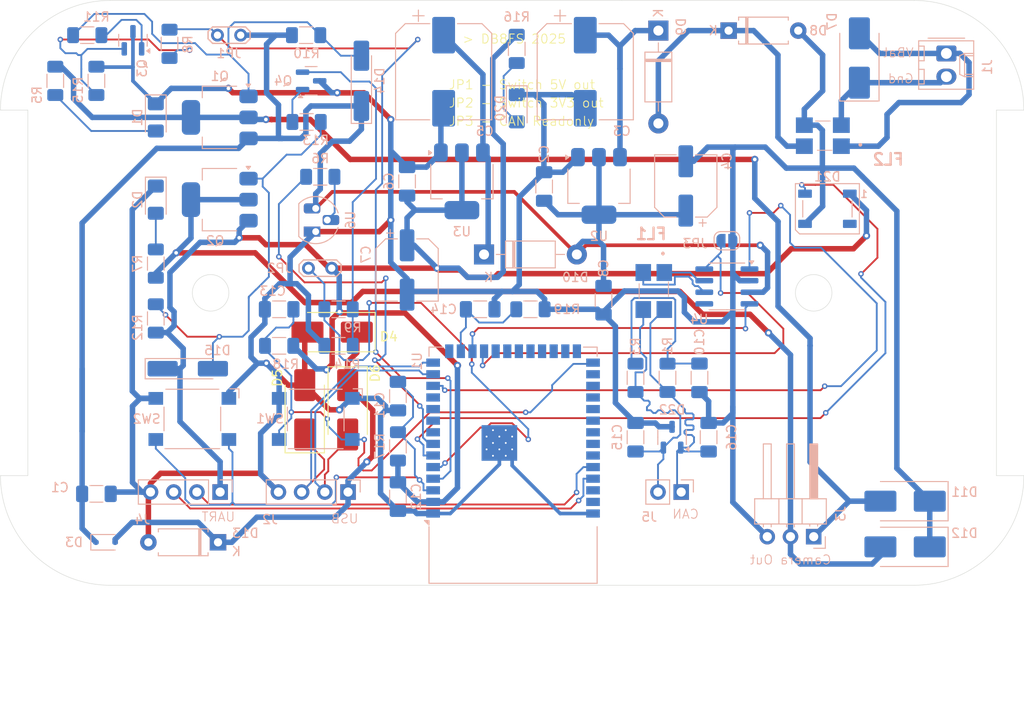
<source format=kicad_pcb>
(kicad_pcb (version 20241229) (generator "pcbnew") (generator_version "9.0")
  (layers (0 "F.Cu" signal) (2 "B.Cu" signal) (13 "F.Paste" user) (15 "B.Paste" user) (5 "F.SilkS" user "F.Silkscreen") (7 "B.SilkS" user "B.Silkscreen") (1 "F.Mask" user) (3 "B.Mask" user) (25 "Edge.Cuts" user))
  (net 0 "")
  (net 1 "GND")
  (net 2 "+5V")
  (net 3 "/Controller/ESP.ESP_USB_D+")
  (net 4 "/Controller/ESP.ESP_USB_D-")
  (net 5 "/Controller/ESP.IO12")
  (net 6 "/Controller/ESP.IO17")
  (net 7 "/Controller/ESP.IO37")
  (net 8 "/Controller/ESP.IO48")
  (net 9 "/Controller/ESP.IO21")
  (net 10 "/Controller/ESP.IO9")
  (net 11 "/Controller/ESP.IO7")
  (net 12 "/Controller/ESP.IO16")
  (net 13 "/Controller/ESP.IO14")
  (net 14 "/Controller/ESP.IO42")
  (net 15 "/Controller/ESP.IO35")
  (net 16 "/Controller/CHIP_PU")
  (net 17 "/Controller/ESP.ESP_TxD")
  (net 18 "/Controller/ESP.IO10")
  (net 19 "/Controller/ESP.IO41")
  (net 20 "/Controller/ESP.IO4")
  (net 21 "/Controller/ESP.IO1")
  (net 22 "/Controller/ESP.IO40")
  (net 23 "/Controller/ESP.ESP_RxD")
  (net 24 "/Controller/ESP.IO2")
  (net 25 "/Controller/ESP.IO18")
  (net 26 "/Controller/ESP.IO47")
  (net 27 "/Controller/ESP.IO3")
  (net 28 "/Controller/ESP.IO11")
  (net 29 "/Controller/ESP.IO38")
  (net 30 "/Controller/ESP.IO5")
  (net 31 "/Controller/ESP.IO8")
  (net 32 "/Controller/ESP.IO46")
  (net 33 "+3V3")
  (net 34 "/Controller/ESP.IO45")
  (net 35 "/Controller/ESP.IO36")
  (net 36 "/Controller/ESP.IO15")
  (net 37 "/Controller/ESP.IO6")
  (net 38 "/Controller/ESP.IO13")
  (net 39 "/Controller/ESP.IO39")
  (net 40 "/Power Supply/REG_12V_IN")
  (net 41 "/Power Supply/REG_5V_IN")
  (net 42 "Net-(C10-Pad2)")
  (net 43 "/USB/USB_CON_VCC")
  (net 44 "GND_BAT")
  (net 45 "/GPIO/SW_5V_Cam_Out")
  (net 46 "Net-(D1-A)")
  (net 47 "/GPIO/SW_3V3_LEDLight_Out")
  (net 48 "/CAN/CAN+")
  (net 49 "/CAN/CAN-")
  (net 50 "Net-(U6-DQ)")
  (net 52 "Net-(D2-A)")
  (net 53 "Net-(D14-A)")
  (net 54 "Net-(D15-A)")
  (net 55 "Net-(Q3-C)")
  (net 56 "Net-(Q3-B)")
  (net 57 "Net-(Q4-C)")
  (net 58 "Net-(Q4-B)")
  (net 59 "+12V")
  (net 60 "Net-(D20-A)")
  (net 61 "/Controller/GPIO0")
  (net 63 "VBAT_12V")
  (net 64 "/CAN/CAN_INT+")
  (net 65 "/CAN/CAN_INT-")
  (footprint "Diode_SMD:D_SMB_Handsoldering" (layer "F.Cu") (at 127.3 95 90)
    (property "Reference" "D5")
    (property "Value" "SMAJ5.0CA")
  )
  (footprint "Diode_SMD:D_SMB_Handsoldering" (layer "F.Cu") (at 132 95 -90)
    (property "Reference" "D6")
    (property "Value" "SMAJ5.0CA")
  )
  (footprint "Diode_SMD:D_SMB_Handsoldering" (layer "F.Cu") (at 130.3 86.5 180)
    (property "Reference" "D4")
    (property "Value" "SMAJ5.0CA")
  )
  (footprint "TestPoint:TestPoint_2Pads_Pitch2.54mm_Drill0.8mm" (layer "B.Cu") (at 117.75 54)
    (property "Reference" "JP1")
    (property "Value" "J_FixedOut_5V")
  )
  (footprint "Package_TO_SOT_SMD:SOT-23-3" (layer "B.Cu") (at 167.5 98 90)
    (property "Reference" "D22")
    (property "Value" "PESD1CAN")
  )
  (footprint "Button_Switch_SMD:SW_SPST_Omron_B3FS-100xP" (layer "B.Cu") (at 128.5 96 180)
    (property "Reference" "SW1")
    (property "Value" "IO0")
  )
  (footprint "Package_TO_SOT_SMD:SOT-223-3_TabPin2" (layer "B.Cu") (at 144.5 70 -90)
    (property "Reference" "U3")
    (property "Value" "LM1117MPX-3.3" (hide yes))
  )
  (footprint "Capacitor_SMD:CP_Elec_10x10" (layer "B.Cu") (at 142.5 58 -90)
    (property "Reference" "C5")
    (property "Value" "470uF")
  )
  (footprint "Capacitor_SMD:C_1206_3216Metric_Pad1.33x1.80mm_HandSolder" (layer "B.Cu") (at 170.5 91.5 90)
    (property "Reference" "C10")
    (property "Value" "4.7nF")
  )
  (footprint "Capacitor_SMD:CP_Elec_6.3x5.8" (layer "B.Cu") (at 169 70.5 90)
    (property "Reference" "C4")
    (property "Value" "10uF")
  )
  (footprint "Package_TO_SOT_SMD:SOT-223-3_TabPin2" (layer "B.Cu") (at 118 63 180)
    (property "Reference" "Q1")
    (property "Value" "IRFL9110")
  )
  (footprint "B82789S0223N002:B82789S0223N002" (layer "B.Cu") (at 184 65 180)
    (property "Reference" "FL2")
    (property "Value" "B82789C0104N002" (hide yes))
  )
  (footprint "LED_SMD:LED_WS2812B_PLCC4_5.0x5.0mm_P3.2mm" (layer "B.Cu") (at 184.5 73 180)
    (property "Reference" "D21")
    (property "Value" "WS2812B")
  )
  (footprint "Resistor_SMD:R_1206_3216Metric_Pad1.30x1.75mm_HandSolder" (layer "B.Cu") (at 124.5 88 180)
    (property "Reference" "R18")
    (property "Value" "10k")
  )
  (footprint "Capacitor_SMD:C_1206_3216Metric_Pad1.33x1.80mm_HandSolder" (layer "B.Cu") (at 153.5 70.5625 90)
    (property "Reference" "C2")
    (property "Value" "100nF")
  )
  (footprint "Capacitor_SMD:C_1206_3216Metric_Pad1.33x1.80mm_HandSolder" (layer "B.Cu") (at 138.5 70 90)
    (property "Reference" "C6")
    (property "Value" "100nF")
  )
  (footprint "Capacitor_SMD:CP_Elec_10x10" (layer "B.Cu") (at 158 58 -90)
    (property "Reference" "C3")
    (property "Value" "470uF")
  )
  (footprint "TestPoint:TestPoint_2Pads_Pitch2.54mm_Drill0.8mm" (layer "B.Cu") (at 130.25 79.5 180)
    (property "Reference" "JP2")
    (property "Value" "J_FixedOut_3V3")
  )
  (footprint "Resistor_SMD:R_1206_3216Metric_Pad1.30x1.75mm_HandSolder" (layer "B.Cu") (at 131 88)
    (property "Reference" "R14")
    (property "Value" "10k")
  )
  (footprint "Diode_SMD:D_SMB_Handsoldering" (layer "B.Cu") (at 193 110 180)
    (property "Reference" "D12")
    (property "Value" "P6KE24CA")
  )
  (footprint "Connector_PinHeader_2.54mm:PinHeader_1x03_P2.54mm_Horizontal" (layer "B.Cu") (at 183 108.885 90)
    (property "Reference" "J3")
    (property "Value" "Out")
  )
  (footprint "Connector_PinSocket_2.54mm:PinSocket_1x04_P2.54mm_Vertical" (layer "B.Cu") (at 132.04 104 90)
    (property "Reference" "J2")
    (property "Value" "USB")
  )
  (footprint "Connector_Molex:Molex_KK-254_AE-6410-02A_1x02_P2.54mm_Vertical" (layer "B.Cu") (at 197.52 56 -90)
    (property "Reference" "J1")
    (property "Value" "Power")
  )
  (footprint "Diode_SMD:D_MiniMELF_Handsoldering" (layer "B.Cu") (at 133.5 59 90)
    (property "Reference" "D14")
    (property "Value" "Uz=4.3V")
  )
  (footprint "Package_TO_SOT_SMD:SOT-223-3_TabPin2" (layer "B.Cu") (at 159.5 70.5 -90)
    (property "Reference" "U2")
    (property "Value" "LM1117MPX-5.0" (hide yes))
  )
  (footprint "Package_TO_SOT_THT:TO-92L_HandSolder" (layer "B.Cu") (at 128.5 75.5 90)
    (property "Reference" "U6")
    (property "Value" "DS18B20")
  )
  (footprint "Resistor_SMD:R_1206_3216Metric_Pad1.30x1.75mm_HandSolder" (layer "B.Cu") (at 129 69.5)
    (property "Reference" "R6")
    (property "Value" "60R")
  )
  (footprint "RF_Module:ESP32-S3-WROOM-1" (layer "B.Cu") (at 150.1 101.09)
    (property "Reference" "U1")
    (property "Value" "ESP32-S3-WROOM-1")
  )
  (footprint "Resistor_SMD:R_1206_3216Metric_Pad1.30x1.75mm_HandSolder" (layer "B.Cu") (at 112.5 54.95 -90)
    (property "Reference" "R8")
    (property "Value" "1k")
  )
  (footprint "Capacitor_SMD:CP_Elec_6.3x5.8" (layer "B.Cu") (at 138.5 79.7 -90)
    (property "Reference" "C7")
    (property "Value" "10uF")
  )
  (footprint "Resistor_SMD:R_1206_3216Metric_Pad1.30x1.75mm_HandSolder" (layer "B.Cu") (at 111 85 90)
    (property "Reference" "R12")
    (property "Value" "100k")
  )
  (footprint "Resistor_SMD:R_1206_3216Metric_Pad1.30x1.75mm_HandSolder" (layer "B.Cu") (at 131 84)
    (property "Reference" "R9")
    (property "Value" "1k")
  )
  (footprint "Resistor_SMD:R_1206_3216Metric_Pad1.30x1.75mm_HandSolder" (layer "B.Cu") (at 150.5 55.5 -90)
    (property "Reference" "R16")
    (property "Value" "100")
  )
  (footprint "Resistor_SMD:R_1206_3216Metric_Pad1.30x1.75mm_HandSolder" (layer "B.Cu") (at 103.5 54)
    (property "Reference" "R11")
    (property "Value" "10k")
  )
  (footprint "Jumper:SolderJumper-2_P1.3mm_Open_RoundedPad1.0x1.5mm" (layer "B.Cu") (at 173.5 76.5)
    (property "Reference" "JP3")
    (property "Value" "CAN_Readonly")
  )
  (footprint "Capacitor_SMD:C_1206_3216Metric_Pad1.33x1.80mm_HandSolder" (layer "B.Cu") (at 104.5 104.2 180)
    (property "Reference" "C1")
    (property "Value" "10uF")
  )
  (footprint "Capacitor_SMD:C_1206_3216Metric_Pad1.33x1.80mm_HandSolder" (layer "B.Cu") (at 160 83 -90)
    (property "Reference" "C8")
    (property "Value" "100nF")
  )
  (footprint "Capacitor_SMD:C_1206_3216Metric_Pad1.33x1.80mm_HandSolder" (layer "B.Cu") (at 137.5 104.5 90)
    (property "Reference" "C12")
    (property "Value" "100nF")
  )
  (footprint "Capacitor_SMD:C_1206_3216Metric_Pad1.33x1.80mm_HandSolder" (layer "B.Cu") (at 163.5 98 90)
    (property "Reference" "C15")
    (property "Value" "47pF")
  )
  (footprint "Resistor_SMD:R_1206_3216Metric_Pad1.30x1.75mm_HandSolder" (layer "B.Cu") (at 127.5 63.5 180)
    (property "Reference" "R13")
    (property "Value" "10k")
  )
  (footprint "Package_SO:SOIC-8_3.9x4.9mm_P1.27mm" (layer "B.Cu") (at 173.5 81.5 180)
    (property "Reference" "U4")
    (property "Value" "TJA1051T")
  )
  (footprint "Package_TO_SOT_SMD:SOT-23" (layer "B.Cu") (at 128 59)
    (property "Reference" "Q4")
    (property "Value" "BC847C")
  )
  (footprint "Diode_SMD:D_SMB_Handsoldering" (layer "B.Cu") (at 188 56.5 90)
    (property "Reference" "D7")
    (property "Value" "P6KE24CA")
  )
  (footprint "LED_SMD:LED_1206_3216Metric_Pad1.42x1.75mm_HandSolder" (layer "B.Cu") (at 111 72 -90)
    (property "Reference" "D2")
    (property "Value" "LED")
  )
  (footprint "Package_TO_SOT_SMD:SOT-23" (layer "B.Cu") (at 108.5 54.5625 90)
    (property "Reference" "Q3")
    (property "Value" "BC847C")
  )
  (footprint "B82789S0223N002:B82789S0223N002" (layer "B.Cu") (at 165.5 82 -90)
    (property "Reference" "FL1")
    (property "Value" "B82789S0223N002" (hide yes))
  )
  (footprint "LED_SMD:LED_1206_3216Metric_Pad1.42x1.75mm_HandSolder" (layer "B.Cu") (at 111 63 -90)
    (property "Reference" "D1")
    (property "Value" "LED")
  )
  (footprint "Capacitor_SMD:C_1206_3216Metric_Pad1.33x1.80mm_HandSolder" (layer "B.Cu") (at 146.5 84)
    (property "Reference" "C14")
    (property "Value" "100nF")
  )
  (footprint "Capacitor_SMD:C_1206_3216Metric_Pad1.33x1.80mm_HandSolder" (layer "B.Cu") (at 124.5 84)
    (property "Reference" "C13")
    (property "Value" "100nF")
  )
  (footprint "Resistor_SMD:R_1206_3216Metric_Pad1.30x1.75mm_HandSolder" (layer "B.Cu") (at 127.45 54)
    (property "Reference" "R10")
    (property "Value" "100k")
  )
  (footprint "Diode_SMD:D_SOD-323" (layer "B.Cu") (at 105.5 109.5)
    (property "Reference" "D3")
    (property "Value" "1N5819")
  )
  (footprint "Package_TO_SOT_SMD:SOT-223-3_TabPin2" (layer "B.Cu") (at 118 72 180)
    (property "Reference" "Q2")
    (property "Value" "IRFL9110")
  )
  (footprint "Diode_THT:D_DO-41_SOD81_P10.16mm_Horizontal" (layer "B.Cu") (at 146.92 78)
    (property "Reference" "D10")
    (property "Value" "1N4001")
  )
  (footprint "Resistor_SMD:R_1206_3216Metric_Pad1.30x1.75mm_HandSolder" (layer "B.Cu") (at 152 84)
    (property "Reference" "R19")
    (property "Value" "10k")
  )
  (footprint "Resistor_SMD:R_1206_3216Metric_Pad1.30x1.75mm_HandSolder" (layer "B.Cu") (at 100 59 -90)
    (property "Reference" "R5")
    (property "Value" "180")
  )
  (footprint "Diode_THT:D_DO-41_SOD81_P10.16mm_Horizontal" (layer "B.Cu") (at 166 53.5 -90)
    (property "Reference" "D9")
    (property "Value" "1N4001")
  )
  (footprint "LED_SMD:LED_1206_3216Metric_Pad1.42x1.75mm_HandSolder" (layer "B.Cu") (at 150.5 62 -90)
    (property "Reference" "D20")
    (property "Value" "PowerLED")
  )
  (footprint "Connector_PinSocket_2.54mm:PinSocket_1x04_P2.54mm_Vertical" (layer "B.Cu") (at 118.04 104 90)
    (property "Reference" "J4")
    (property "Value" "UART")
  )
  (footprint "Capacitor_SMD:C_1206_3216Metric_Pad1.33x1.80mm_HandSolder" (layer "B.Cu") (at 137.5 93.5 90)
    (property "Reference" "C11")
    (property "Value" "1uF")
  )
  (footprint "Diode_THT:D_A-405_P7.62mm_Horizontal" (layer "B.Cu") (at 173.69 53.5)
    (property "Reference" "D8")
    (property "Value" "BYW95A")
  )
  (footprint "Diode_THT:D_A-405_P7.62mm_Horizontal" (layer "B.Cu") (at 117.81 109.5 180)
    (property "Reference" "D13")
    (property "Value" "BYW95A")
  )
  (footprint "Diode_SMD:D_SMB_Handsoldering" (layer "B.Cu") (at 193 105 180)
    (property "Reference" "D11")
    (property "Value" "P6KE24CA")
  )
  (footprint "Connector_PinSocket_2.54mm:PinSocket_1x02_P2.54mm_Vertical" (layer "B.Cu") (at 168.5 104 90)
    (property "Reference" "J5")
    (property "Value" "CAN")
  )
  (footprint "Resistor_SMD:R_1206_3216Metric_Pad1.30x1.75mm_HandSolder" (layer "B.Cu") (at 163.5 91.5 90)
    (property "Reference" "R3")
    (property "Value" "60R")
  )
  (footprint "Resistor_SMD:R_1206_3216Metric_Pad1.30x1.75mm_HandSolder" (layer "B.Cu") (at 111 79 90)
    (property "Reference" "R7")
    (property "Value" "100")
  )
  (footprint "Diode_SMD:D_MiniMELF_Handsoldering" (layer "B.Cu") (at 114.5 90.5)
    (property "Reference" "D15")
    (property "Value" "Uz=2.7V")
  )
  (footprint "Resistor_SMD:R_1206_3216Metric_Pad1.30x1.75mm_HandSolder" (layer "B.Cu") (at 104.5 59 -90)
    (property "Reference" "R15")
    (property "Value" "10k")
  )
  (footprint "Resistor_SMD:R_1206_3216Metric_Pad1.30x1.75mm_HandSolder" (layer "B.Cu") (at 167 91.5 90)
    (property "Reference" "R1")
    (property "Value" "60R")
  )
  (footprint "Button_Switch_SMD:SW_SPST_Omron_B3FS-100xP" (layer "B.Cu") (at 115 96 180)
    (property "Reference" "SW2")
    (property "Value" "CHIP_PU")
  )
  (footprint "Capacitor_SMD:C_1206_3216Metric_Pad1.33x1.80mm_HandSolder" (layer "B.Cu") (at 171.5 98 90)
    (property "Reference" "C16")
    (property "Value" "47pF")
  )
  (footprint "Resistor_SMD:R_1206_3216Metric_Pad1.30x1.75mm_HandSolder" (layer "B.Cu") (at 137.5 99 90)
    (property "Reference" "R17")
    (property "Value" "10k")
  )
  (gr_arc (start 194 50.2) (mid 202.485281 53.714719) (end 206 62.2) (stroke (width 0.05)) (layer "Edge.Cuts"))
  (gr_arc (start 94 62.2) (mid 97.514719 53.714719) (end 106 50.2) (stroke (width 0.05)) (layer "Edge.Cuts"))
  (gr_line (start 106 50.2) (end 162 50.2) (stroke (width 0.05)) (layer "Edge.Cuts"))
  (gr_line (start 194 50.2) (end 162 50.2) (stroke (width 0.05)) (layer "Edge.Cuts"))
  (gr_arc (start 206 102.2) (mid 202.485281 110.685281) (end 194 114.2) (stroke (width 0.05)) (layer "Edge.Cuts"))
  (gr_line (start 203 102.2) (end 206 102.2) (stroke (width 0.05)) (layer "Edge.Cuts"))
  (gr_line (start 194 114.2) (end 106 114.2) (stroke (width 0.05)) (layer "Edge.Cuts"))
  (gr_line (start 203 62.2) (end 203 102.2) (stroke (width 0.05)) (layer "Edge.Cuts"))
  (gr_circle (center 117 82.2) (end 119 82.2) (stroke (width 0.05)) (fill no) (layer "Edge.Cuts"))
  (gr_circle (center 183 82.2) (end 181 82.2) (stroke (width 0.05)) (fill no) (layer "Edge.Cuts"))
  (gr_line (start 94 102.2) (end 97 102.2) (stroke (width 0.05)) (layer "Edge.Cuts"))
  (gr_arc (start 106 114.2) (mid 97.514719 110.685281) (end 94 102.2) (stroke (width 0.05)) (layer "Edge.Cuts"))
  (gr_line (start 94 62.2) (end 97 62.2) (stroke (width 0.05)) (layer "Edge.Cuts"))
  (gr_line (start 97 62.2) (end 97 102.2) (stroke (width 0.05)) (layer "Edge.Cuts"))
  (gr_line (start 203 62.2) (end 206 62.2) (stroke (width 0.05)) (layer "Edge.Cuts"))
  (gr_text "JP3 - CAN Readonly" (at 143 64 0) (layer "F.SilkS") (effects (font (size 1 1) (thickness 0.1)) (justify left bottom)))
  (gr_text "> DB8FS 2025" (at 144.5 55 0) (layer "F.SilkS") (effects (font (size 1 1) (thickness 0.1)) (justify left bottom)))
  (gr_text "JP1 - Switch 5V out" (at 143 60 0) (layer "F.SilkS") (effects (font (size 1 1) (thickness 0.1)) (justify left bottom)))
  (gr_text "JP2 - Switch 3V3 out" (at 143 62 0) (layer "F.SilkS") (effects (font (size 1 1) (thickness 0.1)) (justify left bottom)))
  (gr_text "UART" (at 119.74 107.3 0) (layer "B.SilkS") (effects (font (size 1 1) (thickness 0.1)) (justify left bottom mirror)))
  (gr_text "Gnd" (at 194 59.34 0) (layer "B.SilkS") (effects (font (size 1 1) (thickness 0.1)) (justify left bottom mirror)))
  (gr_text "USB" (at 133.24 107.5 0) (layer "B.SilkS") (effects (font (size 1 1) (thickness 0.1)) (justify left bottom mirror)))
  (gr_text "VBat" (at 194 56.5 0) (layer "B.SilkS") (effects (font (size 1 1) (thickness 0.1)) (justify left bottom mirror)))
  (gr_text "Camera Out" (at 185 112 0) (layer "B.SilkS") (effects (font (size 1 1) (thickness 0.1)) (justify left bottom mirror)))
  (gr_text "CAN" (at 170.5 107 0) (layer "B.SilkS") (effects (font (size 1 1) (thickness 0.1)) (justify left bottom mirror)))
  (segment (start 147.9 97.23) (end 149.3 97.23) (width 0.4) (layer "F.Cu") (net 1))
  (segment (start 133.796 60.3133) (end 136.714 63.2315) (width 0.6) (layer "F.Cu") (net 1))
  (segment (start 130.8367 60.3133) (end 130.85 60.3) (width 0.6) (layer "F.Cu") (net 1))
  (segment (start 130 95) (end 127.3 92.3) (width 0.6) (layer "F.Cu") (net 1))
  (segment (start 122.37 101.95) (end 111.525 101.95) (width 0.6) (layer "F.Cu") (net 1))
  (segment (start 147.9 98.63) (end 149.3 98.63) (width 0.4) (layer "F.Cu") (net 1))
  (segment (start 124.42 104) (end 122.37 101.95) (width 0.6) (layer "F.Cu") (net 1))
  (segment (start 111.525 101.95) (end 110.42 103.055) (width 0.6) (layer "F.Cu") (net 1))
  (segment (start 130.85 60.3) (end 120.5 60.3) (width 0.6) (layer "F.Cu") (net 1))
  (segment (start 127.3 92.3) (end 125.5 92.3) (width 0.6) (layer "F.Cu") (net 1))
  (segment (start 120.5 60.3) (end 119.425 60.3) (width 0.6) (layer "F.Cu") (net 1))
  (segment (start 127.3 92.3) (end 127.3 86.8) (width 0.6) (layer "F.Cu") (net 1))
  (segment (start 136.714 74.239) (end 135.453 75.5) (width 0.6) (layer "F.Cu") (net 1))
  (segment (start 150 97.93) (end 148.6 97.93) (width 0.4) (layer "F.Cu") (net 1))
  (segment (start 110.19 104.23) (end 110.42 104) (width 0.6) (layer "F.Cu") (net 1))
  (segment (start 127.3 86.8) (end 127.6 86.5) (width 0.6) (layer "F.Cu") (net 1))
  (segment (start 131.1 95) (end 130 95) (width 0.6) (layer "F.Cu") (net 1))
  (segment (start 130.8367 60.3133) (end 133.796 60.3133) (width 0.6) (layer "F.Cu") (net 1))
  (segment (start 125.5 92.3) (end 123.1 89.9) (width 0.6) (layer "F.Cu") (net 1))
  (segment (start 148.6 99.33) (end 147.2 99.33) (width 0.4) (layer "F.Cu") (net 1))
  (segment (start 119.425 60.3) (end 118.95 59.825) (width 0.6) (layer "F.Cu") (net 1))
  (segment (start 110.42 103.055) (end 110.42 104) (width 0.6) (layer "F.Cu") (net 1))
  (segment (start 110.19 109.5) (end 110.19 104.23) (width 0.6) (layer "F.Cu") (net 1))
  (segment (start 135.453 75.5) (end 128.5 75.5) (width 0.6) (layer "F.Cu") (net 1))
  (segment (start 147.2 97.93) (end 148.6 97.93) (width 0.4) (layer "F.Cu") (net 1))
  (via (at 123.1 89.9) (size 0.8) (drill 0.4) (layers "F.Cu" "B.Cu") (net 1))
  (via (at 136.714 63.2315) (size 0.8) (drill 0.4) (layers "F.Cu" "B.Cu") (net 1))
  (via (at 130.85 60.3) (size 0.8) (drill 0.4) (layers "F.Cu" "B.Cu") (net 1))
  (via (at 136.714 74.239) (size 0.8) (drill 0.4) (layers "F.Cu" "B.Cu") (net 1))
  (via (at 131.1 95) (size 0.8) (drill 0.4) (layers "F.Cu" "B.Cu") (net 1))
  (via (at 118.95 59.825) (size 0.8) (drill 0.4) (layers "F.Cu" "B.Cu") (net 1))
  (segment (start 111 93.75) (end 109.225 93.75) (width 0.6) (layer "B.Cu") (net 1))
  (segment (start 109.5 104) (end 108.45 102.95) (width 0.6) (layer "B.Cu") (net 1))
  (segment (start 122.1 89.9) (end 121.425 89.225) (width 0.6) (layer "B.Cu") (net 1))
  (segment (start 136.714 78.864) (end 136.714 74.239) (width 0.6) (layer "B.Cu") (net 1))
  (segment (start 195.7 110) (end 195.7 105) (width 0.6) (layer "B.Cu") (net 1))
  (segment (start 139.569 106.35) (end 141.35 106.35) (width 0.6) (layer "B.Cu") (net 1))
  (segment (start 150.5 60.5125) (end 156.5125 60.5125) (width 0.6) (layer "B.Cu") (net 1))
  (segment (start 138.85 82.05) (end 148.874 82.05) (width 0.6) (layer "B.Cu") (net 1))
  (segment (start 168.85 84.325) (end 169.9 85.375) (width 0.6) (layer "B.Cu") (net 1))
  (segment (start 137.5 106.0625) (end 137.5335 106.096) (width 0.6) (layer "B.Cu") (net 1))
  (segment (start 104.545 57.4947) (end 108.5 57.4947) (width 0.4) (layer "B.Cu") (net 1))
  (segment (start 173.0875 96.4375) (end 171.5 96.4375) (width 0.6) (layer "B.Cu") (net 1))
  (segment (start 156.5125 60.5125) (end 158 62) (width 0.6) (layer "B.Cu") (net 1))
  (segment (start 137.5 106.062) (end 137.534 106.096) (width 0.6) (layer "B.Cu") (net 1))
  (segment (start 129.45 88) (end 127.7 86.25) (width 0.6) (layer "B.Cu") (net 1))
  (segment (start 183.975 60.1) (end 181.975 62.1) (width 0.6) (layer "B.Cu") (net 1))
  (segment (start 135.6 95.6125) (end 136.15 95.0625) (width 0.6) (layer "B.Cu") (net 1))
  (segment (start 152.725 82.05) (end 153.55 82.875) (width 0.6) (layer "B.Cu") (net 1))
  (segment (start 183.975 68.575) (end 183.975 72.725) (width 0.6) (layer "B.Cu") (net 1))
  (segment (start 177.7 66.25) (end 174.4 66.25) (width 0.6) (layer "B.Cu") (net 1))
  (segment (start 147.9 98.63) (end 147.9 100.03) (width 0.4) (layer "B.Cu") (net 1))
  (segment (start 111 61.5125) (end 108.5 59.0125) (width 0.4) (layer "B.Cu") (net 1))
  (segment (start 135.3 93.75) (end 132.5 93.75) (width 0.6) (layer "B.Cu") (net 1))
  (segment (start 162.275 82) (end 168.15 82) (width 0.6) (layer "B.Cu") (net 1))
  (segment (start 106.2625 104) (end 106.0625 104.2) (width 0.6) (layer "B.Cu") (net 1))
  (segment (start 112.6876 59.825) (end 111 61.5125) (width 0.6) (layer "B.Cu") (net 1))
  (segment (start 148.062 83.9998) (end 148.062 84) (width 0.4) (layer "B.Cu") (net 1))
  (segment (start 136.15 95.0625) (end 136.15 94.6) (width 0.6) (layer "B.Cu") (net 1))
  (segment (start 168.15 82) (end 168.85 82.7) (width 0.6) (layer "B.Cu") (net 1))
  (segment (start 124.5 91.325) (end 124.5 93.75) (width 0.6) (layer "B.Cu") (net 1))
  (segment (start 132.348 93.75) (end 131.098 95) (width 0.6) (layer "B.Cu") (net 1))
  (segment (start 132.5 93.75) (end 132.348 93.75) (width 0.6) (layer "B.Cu") (net 1))
  (segment (start 122.15 89.9) (end 122.1 89.9) (width 0.6) (layer "B.Cu") (net 1))
  (segment (start 123.1 89.925) (end 124.5 91.325) (width 0.6) (layer "B.Cu") (net 1))
  (segment (start 137.5 106.062) (end 135.6 104.162) (width 0.6) (layer "B.Cu") (net 1))
  (segment (start 160 84.5625) (end 161.3 85.8625) (width 0.6) (layer "B.Cu") (net 1))
  (segment (start 119 93.75) (end 119 93.05) (width 0.6) (layer "B.Cu") (net 1))
  (segment (start 137.5 106.0625) (end 137.5 106.062) (width 0.6) (layer "B.Cu") (net 1))
  (segment (start 128.35 75.5) (end 128.5 75.5) (width 0.4) (layer "B.Cu") (net 1))
  (segment (start 109.225 93.75) (end 108.425 92.95) (width 0.6) (layer "B.Cu") (net 1))
  (segment (start 141.35 106.35) (end 143.225 106.35) (width 0.4) (layer "B.Cu") (net 1))
  (segment (start 181.975 62.1) (end 181.975 63.85) (width 0.6) (layer "B.Cu") (net 1))
  (segment (start 106.062 104.2) (end 106.0625 104.2) (width 0.4) (layer "B.Cu") (net 1))
  (segment (start 159.9125 84.5625) (end 159.35 84) (width 0.6) (layer "B.Cu") (net 1))
  (segment (start 152.5875 69.9125) (end 153.5 69) (width 0.6) (layer "B.Cu") (net 1))
  (segment (start 149.3 98.63) (end 149.3 100.03) (width 0.4) (layer "B.Cu") (net 1))
  (segment (start 119 93.05) (end 121.7 90.35) (width 0.6) (layer "B.Cu") (net 1))
  (segment (start 183.95 68.55) (end 180 68.55) (width 0.6) (layer "B.Cu") (net 1))
  (segment (start 155.55 69) (end 157.2 67.35) (width 0.6) (layer "B.Cu") (net 1))
  (segment (start 136.7 74.225) (end 136.714 74.239) (width 0.6) (layer "B.Cu") (net 1))
  (segment (start 136.714 63.2315) (end 136.714 66.6515) (width 0.6) (layer "B.Cu") (net 1))
  (segment (start 174.15 76.5) (end 174.15 80.1) (width 0.6) (layer "B.Cu") (net 1))
  (segment (start 142.2 66.85) (end 142.2 62.3) (width 0.6) (layer "B.Cu") (net 1))
  (segment (start 168.85 82.7) (end 168.85 84.325) (width 0.6) (layer "B.Cu") (net 1))
  (segment (start 140.6125 68.4375) (end 142.2 66.85) (width 0.6) (layer "B.Cu") (net 1))
  (segment (start 123.1 89.9) (end 122.15 89.9) (width 0.6) (layer "B.Cu") (net 1))
  (segment (start 195.7 105) (end 192.1 101.4) (width 0.6) (layer "B.Cu") (net 1))
  (segment (start 137.5 106.0625) (end 139.2815 106.0625) (width 0.6) (layer "B.Cu") (net 1))
  (segment (start 137.534 106.096) (end 137.584 106.146) (width 0.6) (layer "B.Cu") (net 1))
  (segment (start 136.714 78.864) (end 138.5 80.65) (width 0.6) (layer "B.Cu") (net 1))
  (segment (start 183.95 68.55) (end 183.975 68.575) (width 0.6) (layer "B.Cu") (net 1))
  (segment (start 130.85 60.3) (end 130.2375 60.3) (width 0.6) (layer "B.Cu") (net 1))
  (segment (start 169.85 67.8) (end 169 67.8) (width 0.6) (layer "B.Cu") (net 1))
  (segment (start 136.15 95.0625) (end 137.5 95.0625) (width 0.6) (layer "B.Cu") (net 1))
  (segment (start 192.1 73.25) (end 188.325 69.475) (width 0.6) (layer "B.Cu") (net 1))
  (segment (start 110.42 104) (end 106.2625 104) (width 0.6) (layer "B.Cu") (net 1))
  (segment (start 150.775 81.3) (end 150.775 71.725) (width 0.6) (layer "B.Cu") (net 1))
  (segment (start 174.15 80.1) (end 174.915 80.865) (width 0.6) (layer "B.Cu") (net 1))
  (segment (start 136.15 94.6) (end 135.3 93.75) (width 0.6) (layer "B.Cu") (net 1))
  (segment (start 148.6 99.33) (end 148.6 98.63) (width 0.4) (layer "B.Cu") (net 1))
  (segment (start 192.1 101.4) (end 192.1 73.25) (width 0.6) (layer "B.Cu") (net 1))
  (segment (start 109.3 93.75) (end 111 93.75) (width 0.6) (layer "B.Cu") (net 1))
  (segment (start 124.5 93.75) (end 124.5 95.55) (width 0.6) (layer "B.Cu") (net 1))
  (segment (start 138.5 80.65) (end 138.5 82.4) (width 0.6) (layer "B.Cu") (net 1))
  (segment (start 148.0625 83.5125) (end 148.062 83.512) (width 0.6) (layer "B.Cu") (net 1))
  (segment (start 174.4 66.25) (end 174.15 66.5) (width 0.6) (layer "B.Cu") (net 1))
  (segment (start 121.425 89.225) (end 121.425 87.066364) (width 0.6) (layer "B.Cu") (net 1))
  (segment (start 183.4 63.85) (end 183.95 64.4) (width 0.6) (layer "B.Cu") (net 1))
  (segment (start 153.475 69.025) (end 153.475 61.55) (width 0.6) (layer "B.Cu") (net 1))
  (segment (start 148.062 82.862) (end 148.062 83.9998) (width 0.6) (layer "B.Cu") (net 1))
  (segment (start 147.2 100.03) (end 147.9 100.03) (width 0.4) (layer "B.Cu") (net 1))
  (segment (start 121.425 87.066364) (end 122.9375 85.553864) (width 0.6) (layer "B.Cu") (net 1))
  (segment (start 122.475 102.055) (end 124.42 104) (width 0.6) (layer "B.Cu") (net 1))
  (segment (start 167.4875 96.85) (end 166.075 96.85) (width 0.6) (layer "B.Cu") (net 1))
  (segment (start 160 84.5625) (end 159.9125 84.5625) (width 0.6) (layer "B.Cu") (net 1))
  (segment (start 158.85 106.35) (end 155.25 106.35) (width 0.4) (layer "B.Cu") (net 1))
  (segment (start 122.9375 82.8125) (end 124.55 81.2) (width 0.6) (layer "B.Cu") (net 1))
  (segment (start 108.45 94.6) (end 109.3 93.75) (width 0.6) (layer "B.Cu") (net 1))
  (segment (start 153.5 69) (end 155.55 69) (width 0.6) (layer "B.Cu") (net 1))
  (segment (start 108.425 92.95) (end 108.425 73.0875) (width 0.6) (layer "B.Cu") (net 1))
  (segment (start 148.0625 84) (end 148.062 84) (width 0.6) (layer "B.Cu") (net 1))
  (segment (start 104.5 57.45) (end 104.545 57.4947) (width 0.4) (layer "B.Cu") (net 1))
  (segment (start 128.9375 59) (end 128.938 59) (width 0.4) (layer "B.Cu") (net 1))
  (segment (start 137.5335 106.096) (end 137.534 106.096) (width 0.6) (layer "B.Cu") (net 1))
  (segment (start 137.5 106.062) (end 137.534 106.096) (width 0.6) (layer "B.Cu") (net 1))
  (segment (start 174.15 94.675) (end 174.15 95.375) (width 0.6) (layer "B.Cu") (net 1))
  (segment (start 153.55 82.875) (end 153.55 84) (width 0.6) (layer "B.Cu") (net 1))
  (segment (start 127.7 82.475) (end 126.425 81.2) (width 0.6) (layer "B.Cu") (net 1))
  (segment (start 130.2375 60.3) (end 128.9375 59) (width 0.6) (layer "B.Cu") (net 1))
  (segment (start 129.45 88) (end 129.45 87.5) (width 0.6) (layer "B.Cu") (net 1))
  (segment (start 174.15 84.275) (end 174.15 94.675) (width 0.6) (layer "B.Cu") (net 1))
  (segment (start 181.975 63.85) (end 183.4 63.85) (width 0.6) (layer "B.Cu") (net 1))
  (segment (start 122.475 97.575) (end 122.475 102.055) (width 0.6) (layer "B.Cu") (net 1))
  (segment (start 183.95 64.4) (end 183.95 68.55) (width 0.6) (layer "B.Cu") (net 1))
  (segment (start 166.075 96.85) (end 165.675 96.45) (width 0.6) (layer "B.Cu") (net 1))
  (segment (start 161.3 94.2375) (end 163.5 96.4375) (width 0.6) (layer "B.Cu") (net 1))
  (segment (start 180 68.55) (end 177.7 66.25) (width 0.6) (layer "B.Cu") (net 1))
  (segment (start 150.025 82.05) (end 150.775 81.3) (width 0.6) (layer "B.Cu") (net 1))
  (segment (start 157.2 62.8) (end 158 62) (width 0.4) (layer "B.Cu") (net 1))
  (segment (start 161.3 85.8625) (end 161.3 94.2375) (width 0.6) (layer "B.Cu") (net 1))
  (segment (start 174.15 80.1) (end 174.15 84.275) (width 0.6) (layer "B.Cu") (net 1))
  (segment (start 139.2815 106.0625) (end 139.569 106.35) (width 0.6) (layer "B.Cu") (net 1))
  (segment (start 163.5125 96.45) (end 163.5 96.4375) (width 0.6) (layer "B.Cu") (net 1))
  (segment (start 148.062 84) (end 148.062 83.9998) (width 0.6) (layer "B.Cu") (net 1))
  (segment (start 174.15 95.375) (end 173.0875 96.4375) (width 0.6) (layer "B.Cu") (net 1))
  (segment (start 125.7 78.3) (end 128.5 75.5) (width 0.6) (layer "B.Cu") (net 1))
  (segment (start 171.5 94.0625) (end 170.5 93.0625) (width 0.6) (layer "B.Cu") (net 1))
  (segment (start 150.775 71.725) (end 152.5875 69.9125) (width 0.6) (layer "B.Cu") (net 1))
  (segment (start 153.475 61.55) (end 152.4375 60.5125) (width 0.6) (layer "B.Cu") (net 1))
  (segment (start 131.098 95) (end 131.1 95) (width 0.6) (layer "B.Cu") (net 1))
  (segment (start 138.5 68.4375) (end 140.6125 68.4375) (width 0.6) (layer "B.Cu") (net 1))
  (segment (start 171.4 66.25) (end 169.85 67.8) (width 0.6) (layer "B.Cu") (net 1))
  (segment (start 181.31 53.5) (end 183.975 56.165) (width 0.6) (layer "B.Cu") (net 1))
  (segment (start 174.15 94.675) (end 174.15 105.115) (width 0.6) (layer "B.Cu") (net 1))
  (segment (start 148.062 82.862) (end 148.874 82.05) (width 0.6) (layer "B.Cu") (net 1))
  (segment (start 150 101.1) (end 150 99.33) (width 0.4) (layer "B.Cu") (net 1))
  (segment (start 155.25 106.35) (end 150 101.1) (width 0.4) (layer "B.Cu") (net 1))
  (segment (start 118.95 59.825) (end 112.6876 59.825) (width 0.6) (layer "B.Cu") (net 1))
  (segment (start 171.5 96.4375) (end 171.5 94.0625) (width 0.6) (layer "B.Cu") (net 1))
  (segment (start 148.0625 84) (end 148.0625 83.5125) (width 0.6) (layer "B.Cu") (net 1))
  (segment (start 142.2 62.3) (end 142.5 62) (width 0.6) (layer "B.Cu") (net 1))
  (segment (start 138.5 82.4) (end 138.85 82.05) (width 0.6) (layer "B.Cu") (net 1))
  (segment (start 137.534 106.096) (end 137.5 106.062) (width 0.6) (layer "B.Cu") (net 1))
  (segment (start 183.95 68.55) (end 187.4 68.55) (width 0.6) (layer "B.Cu") (net 1))
  (segment (start 124.55 81.2) (end 126.425 81.2) (width 0.6) (layer "B.Cu") (net 1))
  (segment (start 108.5 57.4947) (end 108.5 53.625) (width 0.4) (layer "B.Cu") (net 1))
  (segment (start 174.15 105.115) (end 177.92 108.885) (width 0.6) (layer "B.Cu") (net 1))
  (segment (start 159.35 84) (end 153.55 84) (width 0.6) (layer "B.Cu") (net 1))
  (segment (start 174.4 66.25) (end 171.4 66.25) (width 0.6) (layer "B.Cu") (net 1))
  (segment (start 122.9375 84) (end 122.9375 82.8125) (width 0.6) (layer "B.Cu") (net 1))
  (segment (start 173.05 85.375) (end 174.15 84.275) (width 0.6) (layer "B.Cu") (net 1))
  (segment (start 187.4 68.55) (end 188.325 69.475) (width 0.6) (layer "B.Cu") (net 1))
  (segment (start 148.6 97.93) (end 148.6 98.63) (width 0.4) (layer "B.Cu") (net 1))
  (segment (start 110.42 104) (end 109.5 104) (width 0.6) (layer "B.Cu") (net 1))
  (segment (start 136.714 66.6515) (end 136.714 78.864) (width 0.6) (layer "B.Cu") (net 1))
  (segment (start 150.025 82.05) (end 152.725 82.05) (width 0.6) (layer "B.Cu") (net 1))
  (segment (start 126.425 81.2) (end 125.7 81.2) (width 0.6) (layer "B.Cu") (net 1))
  (segment (start 167.5 96.8625) (end 167.4875 96.85) (width 0.6) (layer "B.Cu") (net 1))
  (segment (start 108.45 102.95) (end 108.45 94.6) (width 0.6) (layer "B.Cu") (net 1))
  (segment (start 174.15 66.5) (end 174.15 76.5) (width 0.6) (layer "B.Cu") (net 1))
  (segment (start 122.15 89.9) (end 121.7 90.35) (width 0.6) (layer "B.Cu") (net 1))
  (segment (start 136.714 66.6515) (end 138.5 68.4375) (width 0.6) (layer "B.Cu") (net 1))
  (segment (start 143.225 106.35) (end 148.6 100.975) (width 0.4) (layer "B.Cu") (net 1))
  (segment (start 125.7 81.2) (end 125.7 78.3) (width 0.6) (layer "B.Cu") (net 1))
  (segment (start 183.975 56.165) (end 183.975 60.1) (width 0.6) (layer "B.Cu") (net 1))
  (segment (start 108.5 59.0125) (end 108.5 57.4947) (width 0.4) (layer "B.Cu") (net 1))
  (segment (start 148.6 100.975) (end 148.6 98.63) (width 0.4) (layer "B.Cu") (net 1))
  (segment (start 127.7 86.25) (end 127.7 82.475) (width 0.6) (layer "B.Cu") (net 1))
  (segment (start 123.1 89.9) (end 123.1 89.925) (width 0.6) (layer "B.Cu") (net 1))
  (segment (start 149.3 97.23) (end 149.3 98.63) (width 0.4) (layer "B.Cu") (net 1))
  (segment (start 152.4375 60.5125) (end 150.5 60.5125) (width 0.6) (layer "B.Cu") (net 1))
  (segment (start 135.6 104.162) (end 135.6 95.6125) (width 0.6) (layer "B.Cu") (net 1))
  (segment (start 174.915 80.865) (end 175.975 80.865) (width 0.6) (layer "B.Cu") (net 1))
  (segment (start 150 99.33) (end 150 97.93) (width 0.4) (layer "B.Cu") (net 1))
  (segment (start 160 84.275) (end 162.275 82) (width 0.6) (layer "B.Cu") (net 1))
  (segment (start 148.874 82.05) (end 150.025 82.05) (width 0.6) (layer "B.Cu") (net 1))
  (segment (start 148.062 83.512) (end 148.062 82.862) (width 0.6) (layer "B.Cu") (net 1))
  (segment (start 108.425 73.0875) (end 111 70.5125) (width 0.6) (layer "B.Cu") (net 1))
  (segment (start 160 84.5625) (end 160 84.275) (width 0.6) (layer "B.Cu") (net 1))
  (segment (start 124.5 95.55) (end 122.475 97.575) (width 0.6) (layer "B.Cu") (net 1))
  (segment (start 183.975 72.725) (end 182.05 74.65) (width 0.6) (layer "B.Cu") (net 1))
  (segment (start 165.675 96.45) (end 163.5125 96.45) (width 0.6) (layer "B.Cu") (net 1))
  (segment (start 152.5875 69.9125) (end 153.475 69.025) (width 0.6) (layer "B.Cu") (net 1))
  (segment (start 122.9375 85.553864) (end 122.9375 84) (width 0.6) (layer "B.Cu") (net 1))
  (segment (start 169.9 85.375) (end 173.05 85.375) (width 0.6) (layer "B.Cu") (net 1))
  (segment (start 130.31 71.15) (end 128.5 72.96) (width 0.4) (layer "F.Cu") (net 2))
  (segment (start 177.151 76.9929) (end 158.087 76.9929) (width 0.4) (layer "F.Cu") (net 2))
  (segment (start 157.08 78) (end 150.23 71.15) (width 0.4) (layer "F.Cu") (net 2))
  (segment (start 158.087 76.9929) (end 157.08 78) (width 0.4) (layer "F.Cu") (net 2))
  (segment (start 150.23 71.15) (end 130.31 71.15) (width 0.4) (layer "F.Cu") (net 2))
  (via (at 177.151 76.9929) (size 0.8) (drill 0.4) (layers "F.Cu" "B.Cu") (net 2))
  (segment (start 177.95 77.75) (end 177.1929 76.9929) (width 0.6) (layer "B.Cu") (net 2))
  (segment (start 102.9375 104.2) (end 102.9375 74.5625) (width 0.6) (layer "B.Cu") (net 2))
  (segment (start 160 77.075) (end 160 81.4375) (width 0.6) (layer "B.Cu") (net 2))
  (segment (start 159.5 67.35) (end 159.5 73.65) (width 0.6) (layer "B.Cu") (net 2))
  (segment (start 124.425 65.275) (end 124.45 65.3) (width 0.6) (layer "B.Cu") (net 2))
  (segment (start 132.2 65.6) (end 130.35 65.6) (width 0.6) (layer "B.Cu") (net 2))
  (segment (start 159.5 73.65) (end 155.025 73.65) (width 0.6) (layer "B.Cu") (net 2))
  (segment (start 124.425 61.625) (end 124.425 65.275) (width 0.6) (layer "B.Cu") (net 2))
  (segment (start 127.975 61.75) (end 133.5 61.75) (width 0.6) (layer "B.Cu") (net 2))
  (segment (start 127.425 62.3) (end 127.975 61.75) (width 0.6) (layer "B.Cu") (net 2))
  (segment (start 159.5 73.4) (end 159.5 73.65) (width 0.6) (layer "B.Cu") (net 2))
  (segment (start 129 70.85) (end 128.5 71.35) (width 0.6) (layer "B.Cu") (net 2))
  (segment (start 129 66.95) (end 129 70.85) (width 0.6) (layer "B.Cu") (net 2))
  (segment (start 121.15 65.3) (end 124.824 65.3) (width 0.6) (layer "B.Cu") (net 2))
  (segment (start 159.5 73.65) (end 159.5 75.58) (width 0.6) (layer "B.Cu") (net 2))
  (segment (start 177.95 81.65) (end 177.95 77.75) (width 0.6) (layer "B.Cu") (net 2))
  (segment (start 124.112 54) (end 123.125 54.987) (width 0.6) (layer "B.Cu") (net 2))
  (segment (start 159.7 73.2) (end 159.5 73.4) (width 0.6) (layer "B.Cu") (net 2))
  (segment (start 102.9375 107.9875) (end 104.45 109.5) (width 0.6) (layer "B.Cu") (net 2))
  (segment (start 102.9375 74.5625) (end 111.1124 66.3876) (width 0.6) (layer "B.Cu") (net 2))
  (segment (start 133.5 61.75) (end 133.5 64.3) (width 0.6) (layer "B.Cu") (net 2))
  (segment (start 124.45 65.3) (end 124.824 65.3) (width 0.6) (layer "B.Cu") (net 2))
  (segment (start 124.112 54) (end 120.29 54) (width 0.6) (layer "B.Cu") (net 2))
  (segment (start 127.425 64.758636) (end 127.425 62.3) (width 0.6) (layer "B.Cu") (net 2))
  (segment (start 155.025 73.65) (end 153.5 72.125) (width 0.6) (layer "B.Cu") (net 2))
  (segment (start 133.5 64.3) (end 132.2 65.6) (width 0.6) (layer "B.Cu") (net 2))
  (segment (start 175.975 82.135) (end 177.465 82.135) (width 0.6) (layer "B.Cu") (net 2))
  (segment (start 120.0624 66.3876) (end 121.15 65.3) (width 0.6) (layer "B.Cu") (net 2))
  (segment (start 157.08 77.22) (end 157.08 78) (width 0.6) (layer "B.Cu") (net 2))
  (segment (start 168.55 73.65) (end 169 73.2) (width 0.6) (layer "B.Cu") (net 2))
  (segment (start 159.5 73.65) (end 168.55 73.65) (width 0.6) (layer "B.Cu") (net 2))
  (segment (start 157.725 76.575) (end 157.08 77.22) (width 0.6) (layer "B.Cu") (net 2))
  (segment (start 123.125 60.325) (end 124.425 61.625) (width 0.6) (layer "B.Cu") (net 2))
  (segment (start 124.112 54) (end 125.9 54) (width 0.6) (layer "B.Cu") (net 2))
  (segment (start 159.5 76.575) (end 160 77.075) (width 0.6) (layer "B.Cu") (net 2))
  (segment (start 124.824 65.3) (end 126.883636 65.3) (width 0.6) (layer "B.Cu") (net 2))
  (segment (start 111.1124 66.3876) (end 120.0624 66.3876) (width 0.6) (layer "B.Cu") (net 2))
  (segment (start 102.938 97.3565) (end 102.9375 97.357) (width 0.6) (layer "B.Cu") (net 2))
  (segment (start 177.465 82.135) (end 177.95 81.65) (width 0.6) (layer "B.Cu") (net 2))
  (segment (start 102.938 90.5126) (end 102.938 97.3565) (width 0.6) (layer "B.Cu") (net 2))
  (segment (start 102.938 90.5126) (end 102.938 76.2752) (width 0.4) (layer "B.Cu") (net 2))
  (segment (start 102.9375 104.2) (end 102.9375 107.9875) (width 0.6) (layer "B.Cu") (net 2))
  (segment (start 130.35 65.6) (end 129 66.95) (width 0.6) (layer "B.Cu") (net 2))
  (segment (start 177.1929 76.9929) (end 177.151 76.9929) (width 0.6) (layer "B.Cu") (net 2))
  (segment (start 126.883636 65.3) (end 127.425 64.758636) (width 0.6) (layer "B.Cu") (net 2))
  (segment (start 159.5 76.575) (end 157.725 76.575) (width 0.6) (layer "B.Cu") (net 2))
  (segment (start 123.125 54.987) (end 123.125 60.325) (width 0.6) (layer "B.Cu") (net 2))
  (segment (start 159.5 75.58) (end 159.5 76.575) (width 0.6) (layer "B.Cu") (net 2))
  (segment (start 128.5 71.35) (end 128.5 72.96) (width 0.6) (layer "B.Cu") (net 2))
  (segment (start 102.938 97.3565) (end 102.938 90.5126) (width 0.4) (layer "B.Cu") (net 2))
  (segment (start 127.3 98.3) (end 127.3 97.7) (width 0.2) (layer "F.Cu") (net 3))
  (segment (start 126.96 104) (end 129.425 101.535) (width 0.2) (layer "F.Cu") (net 3))
  (segment (start 129.425 100.425) (end 127.3 98.3) (width 0.2) (layer "F.Cu") (net 3))
  (segment (start 129.425 101.535) (end 129.425 100.425) (width 0.2) (layer "F.Cu") (net 3))
  (segment (start 128.005 102.955) (end 126.96 104) (width 0.2) (layer "B.Cu") (net 3))
  (segment (start 128.005 95.07) (end 128.005 102.955) (width 0.2) (layer "B.Cu") (net 3))
  (segment (start 141.35 89.84) (end 140.225 89.84) (width 0.2) (layer "B.Cu") (net 3))
  (segment (start 139.815 90.25) (end 132.825 90.25) (width 0.2) (layer "B.Cu") (net 3))
  (segment (start 132.825 90.25) (end 128.005 95.07) (width 0.2) (layer "B.Cu") (net 3))
  (segment (start 140.225 89.84) (end 139.815 90.25) (width 0.2) (layer "B.Cu") (net 3))
  (segment (start 129.5 104) (end 129.5 102.096) (width 0.2) (layer "F.Cu") (net 4))
  (segment (start 129.5 102.096) (end 129.875 101.721) (width 0.2) (layer "F.Cu") (net 4))
  (segment (start 129.875 101.721) (end 129.875 100.425) (width 0.2) (layer "F.Cu") (net 4))
  (segment (start 129.875 100.425) (end 132 98.3) (width 0.2) (layer "F.Cu") (net 4))
  (segment (start 132 98.3) (end 132 97.7) (width 0.2) (layer "F.Cu") (net 4))
  (segment (start 128.455 95.22) (end 128.455 102.955) (width 0.2) (layer "B.Cu") (net 4))
  (segment (start 141.35 91.11) (end 140.225 91.11) (width 0.2) (layer "B.Cu") (net 4))
  (segment (start 128.455 102.955) (end 129.5 104) (width 0.2) (layer "B.Cu") (net 4))
  (segment (start 140.225 91.11) (end 139.815 90.7) (width 0.2) (layer "B.Cu") (net 4))
  (segment (start 139.815 90.7) (end 132.975 90.7) (width 0.2) (layer "B.Cu") (net 4))
  (segment (start 132.975 90.7) (end 128.455 95.22) (width 0.2) (layer "B.Cu") (net 4))
  (segment (start 146.3004 86.05) (end 145.655 86.6954) (width 0.2) (layer "F.Cu") (net 10))
  (segment (start 175.533 86.1186) (end 175.4644 86.05) (width 0.2) (layer "F.Cu") (net 10))
  (segment (start 175.4644 86.05) (end 146.3004 86.05) (width 0.2) (layer "F.Cu") (net 10))
  (via (at 175.533 86.1186) (size 0.6) (drill 0.3) (layers "F.Cu" "B.Cu") (net 10))
  (via (at 145.655 86.6954) (size 0.6) (drill 0.3) (layers "F.Cu" "B.Cu") (net 10))
  (segment (start 145.655 86.6954) (end 145.655 88.59) (width 0.2) (layer "B.Cu") (net 10))
  (segment (start 175.533 83.8468) (end 175.533 86.1186) (width 0.2) (layer "B.Cu") (net 10))
  (segment (start 175.975 83.405) (end 175.533 83.8468) (width 0.2) (layer "B.Cu") (net 10))
  (segment (start 139.884 94.4839) (end 134.965 89.5648) (width 0.2) (layer "F.Cu") (net 11))
  (segment (start 127.276 81.0507) (end 124.468 78.2431) (width 0.2) (layer "F.Cu") (net 11))
  (segment (start 135.725 81.0507) (end 127.276 81.0507) (width 0.2) (layer "F.Cu") (net 11))
  (segment (start 136.176 80.6) (end 135.725 81.0507) (width 0.2) (layer "F.Cu") (net 11))
  (segment (start 139.884 94.5809) (end 139.884 94.4839) (width 0.2) (layer "F.Cu") (net 11))
  (via (at 134.965 89.5648) (size 0.6) (drill 0.3) (layers "F.Cu" "B.Cu") (net 11))
  (via (at 139.884 94.5809) (size 0.6) (drill 0.3) (layers "F.Cu" "B.Cu") (net 11))
  (via (at 136.176 80.6) (size 0.6) (drill 0.3) (layers "F.Cu" "B.Cu") (net 11))
  (via (at 124.468 78.2431) (size 0.6) (drill 0.3) (layers "F.Cu" "B.Cu") (net 11))
  (segment (start 136.142 80.6345) (end 136.142 88.908) (width 0.2) (layer "B.Cu") (net 11))
  (segment (start 140.235 94.9323) (end 140.235 98.0349) (width 0.2) (layer "B.Cu") (net 11))
  (segment (start 124.468 72.4825) (end 124.468 78.2431) (width 0.2) (layer "B.Cu") (net 11))
  (segment (start 140.93 98.73) (end 141.35 98.73) (width 0.2) (layer "B.Cu") (net 11))
  (segment (start 136.142 88.908) (end 135.4852 89.5648) (width 0.2) (layer "B.Cu") (net 11))
  (segment (start 136.176 80.6) (end 136.142 80.6345) (width 0.2) (layer "B.Cu") (net 11))
  (segment (start 127.45 69.5) (end 124.468 72.4825) (width 0.2) (layer "B.Cu") (net 11))
  (segment (start 140.235 98.0349) (end 140.93 98.73) (width 0.2) (layer "B.Cu") (net 11))
  (segment (start 135.4852 89.5648) (end 134.965 89.5648) (width 0.2) (layer "B.Cu") (net 11))
  (segment (start 139.884 94.5809) (end 140.235 94.9323) (width 0.2) (layer "B.Cu") (net 11))
  (segment (start 130.764 102.392) (end 139.579 102.392) (width 0.2) (layer "F.Cu") (net 16))
  (segment (start 139.579 102.392) (end 139.864 102.677) (width 0.2) (layer "F.Cu") (net 16))
  (via (at 139.864 102.677) (size 0.6) (drill 0.3) (layers "F.Cu" "B.Cu") (net 16))
  (via (at 130.764 102.392) (size 0.6) (drill 0.3) (layers "F.Cu" "B.Cu") (net 16))
  (segment (start 141.35 103.81) (end 140.298 103.81) (width 0.2) (layer "B.Cu") (net 16))
  (segment (start 139.864 102.677) (end 139.35 102.163) (width 0.2) (layer "B.Cu") (net 16))
  (segment (start 119 99.2517) (end 119.392 99.6434) (width 0.2) (layer "B.Cu") (net 16))
  (segment (start 139.15 93.5875) (end 139.15 95.8) (width 0.2) (layer "B.Cu") (net 16))
  (segment (start 119.664 105.387) (end 130.238 105.387) (width 0.2) (layer "B.Cu") (net 16))
  (segment (start 119.392 99.6434) (end 119.392 105.115) (width 0.2) (layer "B.Cu") (net 16))
  (segment (start 139.15 95.8) (end 137.5 97.45) (width 0.2) (layer "B.Cu") (net 16))
  (segment (start 119.392 105.115) (end 119.664 105.387) (width 0.2) (layer "B.Cu") (net 16))
  (segment (start 140.298 103.112) (end 139.864 102.677) (width 0.2) (layer "B.Cu") (net 16))
  (segment (start 140.298 103.81) (end 140.298 103.112) (width 0.2) (layer "B.Cu") (net 16))
  (segment (start 114.825 105.4) (end 114.225 104.8) (width 0.2) (layer "B.Cu") (net 16))
  (segment (start 119 98.25) (end 119 99.2517) (width 0.2) (layer "B.Cu") (net 16))
  (segment (start 114.225 102.4767) (end 111 99.2517) (width 0.2) (layer "B.Cu") (net 16))
  (segment (start 119.107 105.4) (end 114.825 105.4) (width 0.2) (layer "B.Cu") (net 16))
  (segment (start 130.7 102.456) (end 130.764 102.392) (width 0.2) (layer "B.Cu") (net 16))
  (segment (start 139.35 99.3) (end 137.5 97.45) (width 0.2) (layer "B.Cu") (net 16))
  (segment (start 114.225 104.8) (end 114.225 102.4767) (width 0.2) (layer "B.Cu") (net 16))
  (segment (start 111 99.2517) (end 111 98.25) (width 0.2) (layer "B.Cu") (net 16))
  (segment (start 119.392 105.115) (end 119.107 105.4) (width 0.2) (layer "B.Cu") (net 16))
  (segment (start 130.238 105.387) (end 130.7 104.925) (width 0.2) (layer "B.Cu") (net 16))
  (segment (start 130.7 104.925) (end 130.7 102.456) (width 0.2) (layer "B.Cu") (net 16))
  (segment (start 137.5 91.9375) (end 139.15 93.5875) (width 0.2) (layer "B.Cu") (net 16))
  (segment (start 139.35 102.163) (end 139.35 99.3) (width 0.2) (layer "B.Cu") (net 16))
  (segment (start 114.763 105.803) (end 156.404 105.803) (width 0.2) (layer "F.Cu") (net 17))
  (segment (start 112.96 104) (end 114.763 105.803) (width 0.2) (layer "F.Cu") (net 17))
  (segment (start 156.404 105.803) (end 157.277 104.929) (width 0.2) (layer "F.Cu") (net 17))
  (via (at 157.277 104.929) (size 0.6) (drill 0.3) (layers "F.Cu" "B.Cu") (net 17))
  (segment (start 158.85 102.54) (end 157.798 102.54) (width 0.2) (layer "B.Cu") (net 17))
  (segment (start 157.798 104.408) (end 157.277 104.929) (width 0.2) (layer "B.Cu") (net 17))
  (segment (start 157.798 102.54) (end 157.798 104.408) (width 0.2) (layer "B.Cu") (net 17))
  (segment (start 179.675 87.85) (end 178.725 88.8) (width 0.2) (layer "F.Cu") (net 18))
  (segment (start 179.675 86.125) (end 179.675 87.85) (width 0.2) (layer "F.Cu") (net 18))
  (segment (start 178.725 88.8) (end 148.1092 88.8) (width 0.2) (layer "F.Cu") (net 18))
  (segment (start 148.1092 88.8) (end 146.762 90.1472) (width 0.2) (layer "F.Cu") (net 18))
  (segment (start 175.7674 82.2174) (end 179.675 86.125) (width 0.2) (layer "F.Cu") (net 18))
  (segment (start 172.812 82.2174) (end 175.7674 82.2174) (width 0.2) (layer "F.Cu") (net 18))
  (via (at 172.812 82.2174) (size 0.6) (drill 0.3) (layers "F.Cu" "B.Cu") (net 18))
  (via (at 146.762 90.1472) (size 0.6) (drill 0.3) (layers "F.Cu" "B.Cu") (net 18))
  (segment (start 146.775 90.1342) (end 146.775 88.74) (width 0.2) (layer "B.Cu") (net 18))
  (segment (start 172.47 78.1505) (end 171.025 79.595) (width 0.2) (layer "B.Cu") (net 18))
  (segment (start 172.812 78.4928) (end 172.47 78.1505) (width 0.2) (layer "B.Cu") (net 18))
  (segment (start 172.85 76.5) (end 172.85 77.77) (width 0.2) (layer "B.Cu") (net 18))
  (segment (start 146.775 88.74) (end 146.925 88.59) (width 0.2) (layer "B.Cu") (net 18))
  (segment (start 172.812 82.2174) (end 172.812 78.4928) (width 0.2) (layer "B.Cu") (net 18))
  (segment (start 146.762 90.1472) (end 146.775 90.1342) (width 0.2) (layer "B.Cu") (net 18))
  (segment (start 172.85 77.77) (end 172.47 78.1505) (width 0.2) (layer "B.Cu") (net 18))
  (segment (start 138.6939 55.45) (end 119.2 55.45) (width 0.2) (layer "F.Cu") (net 20))
  (segment (start 139.667 54.4769) (end 138.6939 55.45) (width 0.2) (layer "F.Cu") (net 20))
  (segment (start 119.2 55.45) (end 117.75 54) (width 0.2) (layer "F.Cu") (net 20))
  (segment (start 135.077 88.6797) (end 137.929 91.5318) (width 0.2) (layer "F.Cu") (net 20))
  (segment (start 137.929 91.5318) (end 142.958 91.5318) (width 0.2) (layer "F.Cu") (net 20))
  (via (at 135.077 88.6797) (size 0.6) (drill 0.3) (layers "F.Cu" "B.Cu") (net 20))
  (via (at 139.667 54.4769) (size 0.6) (drill 0.3) (layers "F.Cu" "B.Cu") (net 20))
  (via (at 142.958 91.5318) (size 0.6) (drill 0.3) (layers "F.Cu" "B.Cu") (net 20))
  (segment (start 141.35 102.54) (end 142.402 102.54) (width 0.2) (layer "B.Cu") (net 20))
  (segment (start 135.775 58.375) (end 139.667 54.483) (width 0.2) (layer "B.Cu") (net 20))
  (segment (start 143.252 91.8261) (end 142.958 91.5318) (width 0.2) (layer "B.Cu") (net 20))
  (segment (start 117.75 54) (end 117.1 53.35) (width 0.2) (layer "B.Cu") (net 20))
  (segment (start 135.075 88.6777) (end 135.075 70.925) (width 0.2) (layer "B.Cu") (net 20))
  (segment (start 143.252 101.689) (end 143.252 91.8261) (width 0.2) (layer "B.Cu") (net 20))
  (segment (start 139.667 54.483) (end 139.667 54.4769) (width 0.2) (layer "B.Cu") (net 20))
  (segment (start 135.775 70.225) (end 135.775 58.375) (width 0.2) (layer "B.Cu") (net 20))
  (segment (start 142.402 102.54) (end 143.252 101.689) (width 0.2) (layer "B.Cu") (net 20))
  (segment (start 112.55 53.35) (end 112.5 53.4) (width 0.2) (layer "B.Cu") (net 20))
  (segment (start 135.077 88.6797) (end 135.075 88.6777) (width 0.2) (layer "B.Cu") (net 20))
  (segment (start 117.1 53.35) (end 112.55 53.35) (width 0.2) (layer "B.Cu") (net 20))
  (segment (start 135.075 70.925) (end 135.775 70.225) (width 0.2) (layer "B.Cu") (net 20))
  (segment (start 157.051 104.037) (end 155.726 105.363) (width 0.2) (layer "F.Cu") (net 23))
  (segment (start 116.863 105.363) (end 115.5 104) (width 0.2) (layer "F.Cu") (net 23))
  (segment (start 155.726 105.363) (end 116.863 105.363) (width 0.2) (layer "F.Cu") (net 23))
  (via (at 157.051 104.037) (size 0.6) (drill 0.3) (layers "F.Cu" "B.Cu") (net 23))
  (segment (start 158.85 101.27) (end 157.798 101.27) (width 0.2) (layer "B.Cu") (net 23))
  (segment (start 157.051 102.017) (end 157.051 104.037) (width 0.2) (layer "B.Cu") (net 23))
  (segment (start 157.798 101.27) (end 157.051 102.017) (width 0.2) (layer "B.Cu") (net 23))
  (segment (start 134.35 83.3) (end 140.025 83.3) (width 0.2) (layer "F.Cu") (net 30))
  (segment (start 147.198 96.9394) (end 147.665 96.4727) (width 0.2) (layer "F.Cu") (net 30))
  (segment (start 142.651 100.826) (end 146.537 96.9395) (width 0.2) (layer "F.Cu") (net 30))
  (segment (start 150.003 96.4727) (end 151.766 98.2359) (width 0.2) (layer "F.Cu") (net 30))
  (segment (start 147.665 96.4727) (end 150.003 96.4727) (width 0.2) (layer "F.Cu") (net 30))
  (segment (start 140.025 83.3) (end 145.582 88.857) (width 0.2) (layer "F.Cu") (net 30))
  (segment (start 147.198 96.9395) (end 147.198 96.9394) (width 0.2) (layer "F.Cu") (net 30))
  (segment (start 145.582 88.857) (end 145.582 90.0038) (width 0.2) (layer "F.Cu") (net 30))
  (segment (start 145.582 88.868) (end 145.582 90.0038) (width 0.2) (layer "F.Cu") (net 30))
  (segment (start 146.537 96.9395) (end 147.198 96.9395) (width 0.2) (layer "F.Cu") (net 30))
  (via (at 151.766 98.2359) (size 0.6) (drill 0.3) (layers "F.Cu" "B.Cu") (net 30))
  (via (at 134.35 83.3) (size 0.6) (drill 0.3) (layers "F.Cu" "B.Cu") (net 30))
  (via (at 145.582 90.0038) (size 0.6) (drill 0.3) (layers "F.Cu" "B.Cu") (net 30))
  (via (at 142.651 100.826) (size 0.6) (drill 0.3) (layers "F.Cu" "B.Cu") (net 30))
  (segment (start 145.582 90.932) (end 145.582 90.0038) (width 0.2) (layer "B.Cu") (net 30))
  (segment (start 128.9 80.6898) (end 127.71 79.5) (width 0.2) (layer "B.Cu") (net 30))
  (segment (start 142.207 101.27) (end 142.651 100.826) (width 0.2) (layer "B.Cu") (net 30))
  (segment (start 129.45 84) (end 129.45 85.2) (width 0.2) (layer "B.Cu") (net 30))
  (segment (start 131.575 89.55) (end 133.675 89.55) (width 0.2) (layer "B.Cu") (net 30))
  (segment (start 129.45 81.24) (end 128.9 80.6898) (width 0.2) (layer "B.Cu") (net 30))
  (segment (start 151.766 98.2359) (end 151.766 97.116) (width 0.2) (layer "B.Cu") (net 30))
  (segment (start 131.1 89.075) (end 131.575 89.55) (width 0.2) (layer "B.Cu") (net 30))
  (segment (start 134.349 83.2993) (end 134.35 83.3) (width 0.2) (layer "B.Cu") (net 30))
  (segment (start 129.85 84) (end 129.45 84) (width 0.2) (layer "B.Cu") (net 30))
  (segment (start 129.45 84) (end 129.45 81.24) (width 0.2) (layer "B.Cu") (net 30))
  (segment (start 129.45 85.2) (end 131.1 86.85) (width 0.2) (layer "B.Cu") (net 30))
  (segment (start 133.675 89.55) (end 134.349 88.876) (width 0.2) (layer "B.Cu") (net 30))
  (segment (start 134.349 88.876) (end 134.349 83.2993) (width 0.2) (layer "B.Cu") (net 30))
  (segment (start 141.35 101.27) (end 142.207 101.27) (width 0.2) (layer "B.Cu") (net 30))
  (segment (start 151.766 97.116) (end 145.582 90.932) (width 0.2) (layer "B.Cu") (net 30))
  (segment (start 131.1 86.85) (end 131.1 89.075) (width 0.2) (layer "B.Cu") (net 30))
  (segment (start 142.622 92.8567) (end 183.759 92.8567) (width 0.2) (layer "F.Cu") (net 31))
  (segment (start 178.6 73.45) (end 179.4 72.65) (width 0.2) (layer "F.Cu") (net 31))
  (segment (start 183.759 92.8567) (end 184.202 92.4135) (width 0.2) (layer "F.Cu") (net 31))
  (segment (start 175.975 73.45) (end 178.6 73.45) (width 0.2) (layer "F.Cu") (net 31))
  (via (at 184.202 92.4135) (size 0.6) (drill 0.3) (layers "F.Cu" "B.Cu") (net 31))
  (via (at 142.622 92.8567) (size 0.6) (drill 0.3) (layers "F.Cu" "B.Cu") (net 31))
  (via (at 179.4 72.65) (size 0.6) (drill 0.3) (layers "F.Cu" "B.Cu") (net 31))
  (via (at 175.975 73.45) (size 0.6) (drill 0.3) (layers "F.Cu" "B.Cu") (net 31))
  (segment (start 142.402 92.38) (end 142.402 92.6367) (width 0.2) (layer "B.Cu") (net 31))
  (segment (start 180.414 76.714) (end 180.95 77.25) (width 0.2) (layer "B.Cu") (net 31))
  (segment (start 141.35 92.38) (end 142.402 92.38) (width 0.2) (layer "B.Cu") (net 31))
  (segment (start 180.414 73.664) (end 180.414 76.714) (width 0.2) (layer "B.Cu") (net 31))
  (segment (start 142.402 92.6367) (end 142.622 92.8567) (width 0.2) (layer "B.Cu") (net 31))
  (segment (start 185.9865 92.4135) (end 184.202 92.4135) (width 0.2) (layer "B.Cu") (net 31))
  (segment (start 180.95 77.25) (end 183.8 77.25) (width 0.2) (layer "B.Cu") (net 31))
  (segment (start 189.9 83.35) (end 189.9 88.5) (width 0.2) (layer "B.Cu") (net 31))
  (segment (start 189.9 88.5) (end 185.9865 92.4135) (width 0.2) (layer "B.Cu") (net 31))
  (segment (start 183.8 77.25) (end 189.9 83.35) (width 0.2) (layer "B.Cu") (net 31))
  (segment (start 175.975 73.45) (end 175.975 79.595) (width 0.2) (layer "B.Cu") (net 31))
  (segment (start 179.4 72.65) (end 180.414 73.664) (width 0.2) (layer "B.Cu") (net 31))
  (segment (start 150.45 84) (end 148.999 85.4509) (width 0.2) (layer "B.Cu") (net 32))
  (segment (start 144.9375 85.9875) (end 144.375 86.55) (width 0.2) (layer "B.Cu") (net 32))
  (segment (start 144.375 88.58) (end 144.385 88.59) (width 0.2) (layer "B.Cu") (net 32))
  (segment (start 148.999 85.4509) (end 146.388 85.4509) (width 0.2) (layer "B.Cu") (net 32))
  (segment (start 144.938 84) (end 144.869 84.069) (width 0.2) (layer "B.Cu") (net 32))
  (segment (start 144.9375 84.5517) (end 144.9375 85.9875) (width 0.2) (layer "B.Cu") (net 32))
  (segment (start 144.938 84.0005) (end 144.938 84) (width 0.2) (layer "B.Cu") (net 32))
  (segment (start 144.375 86.55) (end 144.375 88.58) (width 0.2) (layer "B.Cu") (net 32))
  (segment (start 144.869 84.069) (end 144.938 84.0005) (width 0.2) (layer "B.Cu") (net 32))
  (segment (start 146.388 85.4509) (end 144.938 84) (width 0.2) (layer "B.Cu") (net 32))
  (segment (start 144.869 84.069) (end 144.8 84.138) (width 0.2) (layer "B.Cu") (net 32))
  (segment (start 144.8 84.138) (end 144.938 84.0005) (width 0.2) (layer "B.Cu") (net 32))
  (segment (start 144.662 84.276) (end 144.662 84.2762) (width 0.2) (layer "B.Cu") (net 32))
  (segment (start 144.938 84) (end 144.662 84.2762) (width 0.2) (layer "B.Cu") (net 32))
  (segment (start 144.8 84.138) (end 144.662 84.276) (width 0.2) (layer "B.Cu") (net 32))
  (segment (start 144.9375 84) (end 144.938 84) (width 0.2) (layer "B.Cu") (net 32))
  (segment (start 144.938 84.0005) (end 144.938 84) (width 0.2) (layer "B.Cu") (net 32))
  (segment (start 130.3 90.015203) (end 130.3 85.0647) (width 0.6) (layer "F.Cu") (net 33))
  (segment (start 144.325 79.7) (end 145.125 80.5) (width 0.6) (layer "F.Cu") (net 33))
  (segment (start 180.55 77.375) (end 187.35 77.375) (width 0.6) (layer "F.Cu") (net 33))
  (segment (start 120.125 76.175) (end 122.3 76.175) (width 0.6) (layer "F.Cu") (net 33))
  (segment (start 129.690203 90.625) (end 130.3 90.015203) (width 0.6) (layer "F.Cu") (net 33))
  (segment (start 138.2687 84.4) (end 144.0159 90.1472) (width 0.6) (layer "F.Cu") (net 33))
  (segment (start 141.775 79.5) (end 130.25 79.5) (width 0.6) (layer "F.Cu") (net 33))
  (segment (start 131.275 84.4) (end 138.2687 84.4) (width 0.6) (layer "F.Cu") (net 33))
  (segment (start 123.0517 76.9267) (end 127.4017 76.9267) (width 0.6) (layer "F.Cu") (net 33))
  (segment (start 129.975 79.5) (end 130.25 79.5) (width 0.6) (layer "F.Cu") (net 33))
  (segment (start 131.1 84.2647) (end 131.1397 84.2647) (width 0.6) (layer "F.Cu") (net 33))
  (segment (start 144.0159 90.1472) (end 144.016 90.1472) (width 0.6) (layer "F.Cu") (net 33))
  (segment (start 141.775 79.5) (end 141.975 79.7) (width 0.6) (layer "F.Cu") (net 33))
  (segment (start 187.35 77.375) (end 188.775 75.95) (width 0.6) (layer "F.Cu") (net 33))
  (segment (start 145.125 80.5) (end 148.075 80.5) (width 0.6) (layer "F.Cu") (net 33))
  (segment (start 131.1397 84.2647) (end 131.275 84.4) (width 0.6) (layer "F.Cu") (net 33))
  (segment (start 122.3 76.175) (end 123.0517 76.9267) (width 0.6) (layer "F.Cu") (net 33))
  (segment (start 148.075 80.5) (end 148.475 80.1) (width 0.6) (layer "F.Cu") (net 33))
  (segment (start 148.475 80.1) (end 177.825 80.1) (width 0.6) (layer "F.Cu") (net 33))
  (segment (start 130.3 85.0647) (end 131.1 84.2647) (width 0.6) (layer "F.Cu") (net 33))
  (segment (start 177.825 80.1) (end 180.55 77.375) (width 0.6) (layer "F.Cu") (net 33))
  (segment (start 141.975 79.7) (end 144.325 79.7) (width 0.6) (layer "F.Cu") (net 33))
  (segment (start 127.4017 76.9267) (end 129.975 79.5) (width 0.6) (layer "F.Cu") (net 33))
  (via (at 188.775 75.95) (size 0.8) (drill 0.4) (layers "F.Cu" "B.Cu") (net 33))
  (via (at 120.125 76.175) (size 0.8) (drill 0.4) (layers "F.Cu" "B.Cu") (net 33))
  (via (at 141.775 79.5) (size 0.8) (drill 0.4) (layers "F.Cu" "B.Cu") (net 33))
  (via (at 129.690203 90.625) (size 0.8) (drill 0.4) (layers "F.Cu" "B.Cu") (net 33))
  (via (at 144.016 90.1472) (size 0.8) (drill 0.4) (layers "F.Cu" "B.Cu") (net 33))
  (via (at 131.1 84.2647) (size 0.8) (drill 0.4) (layers "F.Cu" "B.Cu") (net 33))
  (segment (start 144.5 66.85) (end 144.5 73.15) (width 0.6) (layer "B.Cu") (net 33))
  (segment (start 142.482 105.08) (end 144.016 103.546) (width 0.6) (layer "B.Cu") (net 33))
  (segment (start 120.546 74.9043) (end 121.15 74.3) (width 0.4) (layer "B.Cu") (net 33))
  (segment (start 137.5 100.55) (end 137.5 102.9375) (width 0.6) (layer "B.Cu") (net 33))
  (segment (start 115.85 76.675) (end 112.55 79.975) (width 0.6) (layer "B.Cu") (net 33))
  (segment (start 188.775 73.175) (end 186.95 71.35) (width 0.6) (layer "B.Cu") (net 33))
  (segment (start 113 85.8) (end 112.25 86.55) (width 0.6) (layer "B.Cu") (net 33))
  (segment (start 147.875 56.575) (end 150.5 53.95) (width 0.6) (layer "B.Cu") (net 33))
  (segment (start 144.5 73.15) (end 139.4 73.15) (width 0.6) (layer "B.Cu") (net 33))
  (segment (start 139.6425 105.08) (end 141.35 105.08) (width 0.6) (layer "B.Cu") (net 33))
  (segment (start 141.775 79.5) (end 139.275 77) (width 0.6) (layer "B.Cu") (net 33))
  (segment (start 144.016 103.546) (end 144.016 90.1472) (width 0.6) (layer "B.Cu") (net 33))
  (segment (start 141.35 105.08) (end 142.482 105.08) (width 0.6) (layer "B.Cu") (net 33))
  (segment (start 113.65 96.2906) (end 118.04 100.6806) (width 0.6) (layer "B.Cu") (net 33))
  (segment (start 120.125 75.325) (end 121.15 74.3) (width 0.6) (layer "B.Cu") (net 33))
  (segment (start 112.55 83.819293) (end 113 84.269293) (width 0.6) (layer "B.Cu") (net 33))
  (segment (start 130.2502 79.5) (end 131.075 80.3248) (width 0.6) (layer "B.Cu") (net 33))
  (segment (start 149.024 79.876) (end 149.024 65.9041) (width 0.6) (layer "B.Cu") (net 33))
  (segment (start 112.55 79.975) (end 112.55 83.819293) (width 0.6) (layer "B.Cu") (net 33))
  (segment (start 147.875 64.7551) (end 147.875 56.575) (width 0.6) (layer "B.Cu") (net 33))
  (segment (start 149.024 65.9041) (end 147.875 64.7551) (width 0.6) (layer "B.Cu") (net 33))
  (segment (start 131.075 80.3248) (end 131.075 84.2397) (width 0.6) (layer "B.Cu") (net 33))
  (segment (start 120.55 74.9) (end 121.15 74.3) (width 0.4) (layer "B.Cu") (net 33))
  (segment (start 145.125 80.5) (end 148.4 80.5) (width 0.6) (layer "B.Cu") (net 33))
  (segment (start 129.55 90.525) (end 129.65 90.625) (width 0.6) (layer "B.Cu") (net 33))
  (segment (start 139.375 73.125) (end 138.5 72.25) (width 0.6) (layer "B.Cu") (net 33))
  (segment (start 137.5 102.9375) (end 139.6425 105.08) (width 0.6) (layer "B.Cu") (net 33))
  (segment (start 139.275 77) (end 138.5 77) (width 0.6) (layer "B.Cu") (net 33))
  (segment (start 131.075 84.2397) (end 131.1 84.2647) (width 0.6) (layer "B.Cu") (net 33))
  (segment (start 113.65 90.5) (end 114 90.15) (width 0.6) (layer "B.Cu") (net 33))
  (segment (start 113 84.269293) (end 113 85.8) (width 0.6) (layer "B.Cu") (net 33))
  (segment (start 118.04 100.6806) (end 118.04 104) (width 0.6) (layer "B.Cu") (net 33))
  (segment (start 119.625 76.675) (end 115.85 76.675) (width 0.6) (layer "B.Cu") (net 33))
  (segment (start 141.775 79.5) (end 144.125 79.5) (width 0.6) (layer "B.Cu") (net 33))
  (segment (start 138.5 74) (end 138.5 77) (width 0.6) (layer "B.Cu") (net 33))
  (segment (start 120.125 76.175) (end 120.125 75.325) (width 0.6) (layer "B.Cu") (net 33))
  (segment (start 128.575 90.525) (end 129.55 90.525) (width 0.6) (layer "B.Cu") (net 33))
  (segment (start 144.125 79.5) (end 145.125 80.5) (width 0.6) (layer "B.Cu") (net 33))
  (segment (start 139.4 73.15) (end 139.375 73.125) (width 0.6) (layer "B.Cu") (net 33))
  (segment (start 131.1 84.2647) (end 131.251 84.4157) (width 0.4) (layer "B.Cu") (net 33))
  (segment (start 129.65 90.625) (end 129.690203 90.625) (width 0.6) (layer "B.Cu") (net 33))
  (segment (start 111.75 90.5) (end 113.65 90.5) (width 0.6) (layer "B.Cu") (net 33))
  (segment (start 188.775 75.95) (end 188.775 73.175) (width 0.6) (layer "B.Cu") (net 33))
  (segment (start 148.4 80.5) (end 149.024 79.876) (width 0.6) (layer "B.Cu") (net 33))
  (segment (start 114 90.15) (end 114 88.3) (width 0.6) (layer "B.Cu") (net 33))
  (segment (start 120.125 76.175) (end 119.625 76.675) (width 0.6) (layer "B.Cu") (net 33))
  (segment (start 130.25 79.5) (end 130.2502 79.5) (width 0.6) (layer "B.Cu") (net 33))
  (segment (start 114 88.3) (end 112.25 86.55) (width 0.6) (layer "B.Cu") (net 33))
  (segment (start 138.5 72.25) (end 138.5 71.5625) (width 0.6) (layer "B.Cu") (net 33))
  (segment (start 139.375 73.125) (end 138.5 74) (width 0.6) (layer "B.Cu") (net 33))
  (segment (start 113.65 90.5) (end 113.65 96.2906) (width 0.6) (layer "B.Cu") (net 33))
  (segment (start 111 86.55) (end 112.25 86.55) (width 0.6) (layer "B.Cu") (net 33))
  (segment (start 126.05 88) (end 128.575 90.525) (width 0.6) (layer "B.Cu") (net 33))
  (segment (start 188.1875 80.1375) (end 189.975 78.35) (width 0.2) (layer "F.Cu") (net 37))
  (segment (start 183.1906 70.375) (end 183.1828 70.3828) (width 0.2) (layer "F.Cu") (net 37))
  (segment (start 184.317 95.3317) (end 183.737 95.9115) (width 0.2) (layer "F.Cu") (net 37))
  (segment (start 183.1828 70.3828) (end 181.69 70.3828) (width 0.2) (layer "F.Cu") (net 37))
  (segment (start 185.15 70.375) (end 183.1906 70.375) (width 0.2) (layer "F.Cu") (net 37))
  (segment (start 189.975 78.35) (end 189.975 75.2) (width 0.2) (layer "F.Cu") (net 37))
  (segment (start 188.175 80.125) (end 188.1875 80.1375) (width 0.2) (layer "F.Cu") (net 37))
  (segment (start 183.737 95.9115) (end 141.929 95.9115) (width 0.2) (layer "F.Cu") (net 37))
  (segment (start 141.929 95.9115) (end 139.634 98.2067) (width 0.2) (layer "F.Cu") (net 37))
  (segment (start 189.975 75.2) (end 185.15 70.375) (width 0.2) (layer "F.Cu") (net 37))
  (via (at 188.175 80.125) (size 0.6) (drill 0.3) (layers "F.Cu" "B.Cu") (net 37))
  (via (at 139.634 98.2067) (size 0.6) (drill 0.3) (layers "F.Cu" "B.Cu") (net 37))
  (via (at 184.317 95.3317) (size 0.6) (drill 0.3) (layers "F.Cu" "B.Cu") (net 37))
  (via (at 181.69 70.3828) (size 0.6) (drill 0.3) (layers "F.Cu" "B.Cu") (net 37))
  (segment (start 190.85 88.7987) (end 184.317 95.3317) (width 0.2) (layer "B.Cu") (net 37))
  (segment (start 182.05 70.7433) (end 182.05 71.35) (width 0.2) (layer "B.Cu") (net 37))
  (segment (start 140.298 98.8715) (end 140.298 100) (width 0.2) (layer "B.Cu") (net 37))
  (segment (start 190.85 83.2) (end 190.85 88.7987) (width 0.2) (layer "B.Cu") (net 37))
  (segment (start 188.175 80.525) (end 190.85 83.2) (width 0.2) (layer "B.Cu") (net 37))
  (segment (start 139.634 98.2067) (end 140.298 98.8715) (width 0.2) (layer "B.Cu") (net 37))
  (segment (start 140.298 100) (end 141.35 100) (width 0.2) (layer "B.Cu") (net 37))
  (segment (start 181.69 70.3828) (end 182.05 70.7433) (width 0.2) (layer "B.Cu") (net 37))
  (segment (start 188.175 80.125) (end 188.175 80.525) (width 0.2) (layer "B.Cu") (net 37))
  (segment (start 166 53.5) (end 163.475 53.5) (width 0.6) (layer "B.Cu") (net 40))
  (segment (start 161.8 57.7) (end 161.8 67.35) (width 0.6) (layer "B.Cu") (net 40))
  (segment (start 161.8 55.175) (end 161.8 57.7) (width 0.6) (layer "B.Cu") (net 40))
  (segment (start 163.475 53.5) (end 161.8 55.175) (width 0.6) (layer "B.Cu") (net 40))
  (segment (start 161.8 55.25) (end 160.55 54) (width 0.6) (layer "B.Cu") (net 40))
  (segment (start 161.8 57.7) (end 161.8 55.25) (width 0.6) (layer "B.Cu") (net 40))
  (segment (start 160.55 54) (end 158 54) (width 0.6) (layer "B.Cu") (net 40))
  (segment (start 146.8 58.3) (end 142.5 54) (width 0.6) (layer "B.Cu") (net 41))
  (segment (start 147.375 67.425) (end 147.375 77.545) (width 0.6) (layer "B.Cu") (net 41))
  (segment (start 147.375 77.545) (end 146.92 78) (width 0.6) (layer "B.Cu") (net 41))
  (segment (start 146.8 66.85) (end 146.8 58.3) (width 0.6) (layer "B.Cu") (net 41))
  (segment (start 146.8 66.85) (end 147.375 67.425) (width 0.6) (layer "B.Cu") (net 41))
  (segment (start 167.012 88.3327) (end 167.012 89.9375) (width 0.2) (layer "B.Cu") (net 42))
  (segment (start 167.012 89.9375) (end 167 89.95) (width 0.2) (layer "B.Cu") (net 42))
  (segment (start 170.5 89.9375) (end 167.851 89.9375) (width 0.2) (layer "B.Cu") (net 42))
  (segment (start 167.851 87.4937) (end 167.012 88.3327) (width 0.2) (layer "B.Cu") (net 42))
  (segment (start 163.06 83.0913) (end 163.38 82.771) (width 0.2) (layer "B.Cu") (net 42))
  (segment (start 167.851 82.9733) (end 167.851 87.4937) (width 0.2) (layer "B.Cu") (net 42))
  (segment (start 163.38 82.771) (end 167.648 82.771) (width 0.2) (layer "B.Cu") (net 42))
  (segment (start 163.06 89.5101) (end 163.06 83.0913) (width 0.2) (layer "B.Cu") (net 42))
  (segment (start 163.5 89.95) (end 163.06 89.5101) (width 0.2) (layer "B.Cu") (net 42))
  (segment (start 167.648 82.771) (end 167.851 82.9733) (width 0.2) (layer "B.Cu") (net 42))
  (segment (start 167.851 89.9375) (end 167.012 89.9375) (width 0.2) (layer "B.Cu") (net 42))
  (segment (start 133 88.75) (end 132 89.75) (width 0.6) (layer "F.Cu") (net 43))
  (segment (start 132 92.3) (end 134.742 95.042) (width 0.6) (layer "F.Cu") (net 43))
  (segment (start 132 89.75) (end 132 92.3) (width 0.6) (layer "F.Cu") (net 43))
  (segment (start 134.742 100.053) (end 134.096 100.7) (width 0.6) (layer "F.Cu") (net 43))
  (segment (start 134.742 95.042) (end 134.742 100.053) (width 0.6) (layer "F.Cu") (net 43))
  (segment (start 133 86.5) (end 133 88.75) (width 0.6) (layer "F.Cu") (net 43))
  (via (at 134.096 100.7) (size 0.8) (drill 0.4) (layers "F.Cu" "B.Cu") (net 43))
  (segment (start 122.062 106.75) (end 130.65 106.75) (width 0.6) (layer "B.Cu") (net 43))
  (segment (start 132.04 105.36) (end 132.04 104) (width 0.6) (layer "B.Cu") (net 43))
  (segment (start 115.635 107.325) (end 117.81 109.5) (width 0.6) (layer "B.Cu") (net 43))
  (segment (start 117.81 109.5) (end 119.312 109.5) (width 0.6) (layer "B.Cu") (net 43))
  (segment (start 119.312 109.5) (end 122.062 106.75) (width 0.6) (layer "B.Cu") (net 43))
  (segment (start 130.65 106.75) (end 132.04 105.36) (width 0.6) (layer "B.Cu") (net 43))
  (segment (start 106.55 109.5) (end 106.55 109.175) (width 0.6) (layer "B.Cu") (net 43))
  (segment (start 106.55 109.175) (end 108.4 107.325) (width 0.6) (layer "B.Cu") (net 43))
  (segment (start 132.04 104) (end 132.04 102.756) (width 0.6) (layer "B.Cu") (net 43))
  (segment (start 132.04 102.756) (end 134.096 100.7) (width 0.6) (layer "B.Cu") (net 43))
  (segment (start 108.4 107.325) (end 115.635 107.325) (width 0.6) (layer "B.Cu") (net 43))
  (segment (start 196.86 59.2) (end 197.52 58.54) (width 0.6) (layer "B.Cu") (net 44))
  (segment (start 186.025 61.175) (end 188 59.2) (width 0.6) (layer "B.Cu") (net 44))
  (segment (start 188 59.2) (end 196.86 59.2) (width 0.6) (layer "B.Cu") (net 44))
  (segment (start 186.025 63.85) (end 186.025 61.175) (width 0.6) (layer "B.Cu") (net 44))
  (segment (start 132.275 67.6) (end 127.9065 63.2315) (width 0.6) (layer "F.Cu") (net 45))
  (segment (start 176.54965 67.60035) (end 173.65035 67.60035) (width 0.6) (layer "F.Cu") (net 45))
  (segment (start 123.665 63.225) (end 123.05 63.225) (width 0.6) (layer "F.Cu") (net 45))
  (segment (start 173.65035 67.60035) (end 173.65 67.6) (width 0.6) (layer "F.Cu") (net 45))
  (segment (start 127.9065 63.2315) (end 123.67 63.2315) (width 0.6) (layer "F.Cu") (net 45))
  (segment (start 123.67 63.23) (end 123.665 63.225) (width 0.6) (layer "F.Cu") (net 45))
  (segment (start 173.65 67.6) (end 132.275 67.6) (width 0.6) (layer "F.Cu") (net 45))
  (segment (start 123.67 63.2315) (end 123.67 63.23) (width 0.6) (layer "F.Cu") (net 45))
  (via (at 176.54965 67.60035) (size 0.8) (drill 0.4) (layers "F.Cu" "B.Cu") (net 45))
  (via (at 123.05 63.225) (size 0.8) (drill 0.4) (layers "F.Cu" "B.Cu") (net 45))
  (segment (start 121.375 63.225) (end 121.15 63) (width 0.6) (layer "B.Cu") (net 45))
  (segment (start 123.05 63.225) (end 121.375 63.225) (width 0.6) (layer "B.Cu") (net 45))
  (segment (start 121.15 63) (end 114.85 63) (width 0.6) (layer "B.Cu") (net 45))
  (segment (start 102 58.8) (end 100.65 57.45) (width 0.6) (layer "B.Cu") (net 45))
  (segment (start 100.65 57.45) (end 100 57.45) (width 0.6) (layer "B.Cu") (net 45))
  (segment (start 104.05 63) (end 102 60.95) (width 0.6) (layer "B.Cu") (net 45))
  (segment (start 176.54965 67.60035) (end 176.54965 71.84965) (width 0.6) (layer "B.Cu") (net 45))
  (segment (start 182.600913 87.972287) (end 182.6 87.9732) (width 0.6) (layer "B.Cu") (net 45))
  (segment (start 102 60.95) (end 102 58.8) (width 0.6) (layer "B.Cu") (net 45))
  (segment (start 190.3 105) (end 186.885 105) (width 0.6) (layer "B.Cu") (net 45))
  (segment (start 182.6 87.9732) (end 182.6 100.715) (width 0.6) (layer "B.Cu") (net 45))
  (segment (start 182.600913 87.174087) (end 182.600913 87.972287) (width 0.6) (layer "B.Cu") (net 45))
  (segment (start 186.885 105) (end 183 108.885) (width 0.6) (layer "B.Cu") (net 45))
  (segment (start 176.54965 71.84965) (end 179.1 74.4) (width 0.6) (layer "B.Cu") (net 45))
  (segment (start 176.54965 67.60035) (end 176.54965 67.59965) (width 0.6) (layer "B.Cu") (net 45))
  (segment (start 114.85 63) (end 104.05 63) (width 0.6) (layer "B.Cu") (net 45))
  (segment (start 179.1 83.673174) (end 182.600913 87.174087) (width 0.6) (layer "B.Cu") (net 45))
  (segment (start 179.1 74.4) (end 179.1 83.673174) (width 0.6) (layer "B.Cu") (net 45))
  (segment (start 182.6 100.715) (end 186.885 105) (width 0.6) (layer "B.Cu") (net 45))
  (segment (start 111 64.4875) (end 103.938 64.4875) (width 0.2) (layer "B.Cu") (net 46))
  (segment (start 103.938 64.4875) (end 100 60.55) (width 0.2) (layer "B.Cu") (net 46))
  (segment (start 127.319 83.2647) (end 121.876 77.8225) (width 0.6) (layer "F.Cu") (net 47))
  (segment (start 170.85 84.55) (end 168.35 82.05) (width 0.6) (layer "F.Cu") (net 47))
  (segment (start 133.65 82.05) (end 132.435 83.2647) (width 0.6) (layer "F.Cu") (net 47))
  (segment (start 176.025 84.55) (end 170.85 84.55) (width 0.6) (layer "F.Cu") (net 47))
  (segment (start 178.052 86.5771) (end 176.025 84.55) (width 0.6) (layer "F.Cu") (net 47))
  (segment (start 113.222 77.8225) (end 113.2225 77.8225) (width 0.6) (layer "F.Cu") (net 47))
  (segment (start 132.435 83.2647) (end 127.319 83.2647) (width 0.6) (layer "F.Cu") (net 47))
  (segment (start 121.876 77.8225) (end 113.222 77.8225) (width 0.6) (layer "F.Cu") (net 47))
  (segment (start 168.35 82.05) (end 133.65 82.05) (width 0.6) (layer "F.Cu") (net 47))
  (segment (start 113.2225 77.8225) (end 113.225 77.825) (width 0.6) (layer "F.Cu") (net 47))
  (via (at 113.225 77.825) (size 0.8) (drill 0.4) (layers "F.Cu" "B.Cu") (net 47))
  (via (at 178.052 86.5771) (size 0.8) (drill 0.4) (layers "F.Cu" "B.Cu") (net 47))
  (segment (start 114.85 76.2) (end 114.85 72) (width 0.6) (layer "B.Cu") (net 47))
  (segment (start 113.225 77.825) (end 111 80.05) (width 0.6) (layer "B.Cu") (net 47))
  (segment (start 114.85 72) (end 121.15 72) (width 0.6) (layer "B.Cu") (net 47))
  (segment (start 113.225 77.825) (end 114.85 76.2) (width 0.6) (layer "B.Cu") (net 47))
  (segment (start 178.052 86.5771) (end 180.46 88.9851) (width 0.6) (layer "B.Cu") (net 47))
  (segment (start 181.525 111.875) (end 189.4 111.875) (width 0.6) (layer "B.Cu") (net 47))
  (segment (start 180.46 88.9851) (end 180.46 108.885) (width 0.6) (layer "B.Cu") (net 47))
  (segment (start 180.46 110.81) (end 181.525 111.875) (width 0.6) (layer "B.Cu") (net 47))
  (segment (start 190.3 110.975) (end 190.3 110) (width 0.6) (layer "B.Cu") (net 47))
  (segment (start 111 80.05) (end 111 80.55) (width 0.6) (layer "B.Cu") (net 47))
  (segment (start 180.46 108.885) (end 180.46 110.81) (width 0.6) (layer "B.Cu") (net 47))
  (segment (start 189.4 111.875) (end 190.3 110.975) (width 0.6) (layer "B.Cu") (net 47))
  (segment (start 169.75 97.2) (end 169.85 97.1) (width 0.2) (layer "B.Cu") (net 48))
  (segment (start 169.312 99.1375) (end 169.9 98.55) (width 0.2) (layer "B.Cu") (net 48))
  (segment (start 169.85 96.8) (end 169.75 96.7) (width 0.2) (layer "B.Cu") (net 48))
  (segment (start 169.7 95.4) (end 169.05 95.4) (width 0.2) (layer "B.Cu") (net 48))
  (segment (start 169.65 97.75) (end 169.05 97.75) (width 0.2) (layer "B.Cu") (net 48))
  (segment (start 171.5 99.5625) (end 168.875 99.5625) (width 0.2) (layer "B.Cu") (net 48))
  (segment (start 169 97.2) (end 169.75 97.2) (width 0.2) (layer "B.Cu") (net 48))
  (segment (start 168.95 96.2) (end 169.1 96.05) (width 0.2) (layer "B.Cu") (net 48))
  (segment (start 169.85 95.55) (end 169.7 95.4) (width 0.2) (layer "B.Cu") (net 48))
  (segment (start 169.1 96.7) (end 168.95 96.55) (width 0.2) (layer "B.Cu") (net 48))
  (segment (start 168.45 99.1375) (end 168.05 99.5375) (width 0.2) (layer "B.Cu") (net 48))
  (segment (start 169.75 96.7) (end 169.1 96.7) (width 0.2) (layer "B.Cu") (net 48))
  (segment (start 168.95 96.55) (end 168.95 96.2) (width 0.2) (layer "B.Cu") (net 48))
  (segment (start 168.9 94.95) (end 167 93.05) (width 0.2) (layer "B.Cu") (net 48))
  (segment (start 165.126 91.176) (end 166.727 92.7773) (width 0.2) (layer "B.Cu") (net 48))
  (segment (start 168.875 99.5625) (end 168.45 99.1375) (width 0.2) (layer "B.Cu") (net 48))
  (segment (start 166.727 92.7773) (end 167 93.05) (width 0.2) (layer "B.Cu") (net 48))
  (segment (start 169.05 97.75) (end 168.85 97.55) (width 0.2) (layer "B.Cu") (net 48))
  (segment (start 169.05 95.4) (end 168.9 95.25) (width 0.2) (layer "B.Cu") (net 48))
  (segment (start 168.85 97.35) (end 169 97.2) (width 0.2) (layer "B.Cu") (net 48))
  (segment (start 169.9 98) (end 169.65 97.75) (width 0.2) (layer "B.Cu") (net 48))
  (segment (start 168.05 99.5375) (end 168.05 103.55) (width 0.2) (layer "B.Cu") (net 48))
  (segment (start 168.45 99.1375) (end 169.312 99.1375) (width 0.2) (layer "B.Cu") (net 48))
  (segment (start 169.75 96.05) (end 169.85 95.95) (width 0.2) (layer "B.Cu") (net 48))
  (segment (start 168.05 103.55) (end 168.5 104) (width 0.2) (layer "B.Cu") (net 48))
  (segment (start 169.1 96.05) (end 169.75 96.05) (width 0.2) (layer "B.Cu") (net 48))
  (segment (start 169.85 95.95) (end 169.85 95.55) (width 0.2) (layer "B.Cu") (net 48))
  (segment (start 169.85 97.1) (end 169.85 96.8) (width 0.2) (layer "B.Cu") (net 48))
  (segment (start 165.126 85.549) (end 165.126 91.176) (width 0.2) (layer "B.Cu") (net 48))
  (segment (start 169.9 98.55) (end 169.9 98) (width 0.2) (layer "B.Cu") (net 48))
  (segment (start 167 93.05) (end 167.65 93.05) (width 0.2) (layer "B.Cu") (net 48))
  (segment (start 166.65 84.025) (end 165.126 85.549) (width 0.2) (layer "B.Cu") (net 48))
  (segment (start 168.85 97.55) (end 168.85 97.35) (width 0.2) (layer "B.Cu") (net 48))
  (segment (start 168.9 95.25) (end 168.9 94.95) (width 0.2) (layer "B.Cu") (net 48))
  (segment (start 167.638 98.05) (end 166.55 99.1375) (width 0.2) (layer "B.Cu") (net 49))
  (segment (start 163.5 93.05) (end 163.5 90.901) (width 0.2) (layer "B.Cu") (net 49))
  (segment (start 165.45 95.35) (end 165.7 95.35) (width 0.2) (layer "B.Cu") (net 49))
  (segment (start 163.5 93.05) (end 164.316 93.8659) (width 0.2) (layer "B.Cu") (net 49))
  (segment (start 166.55 100.401) (end 165.96 100.991) (width 0.2) (layer "B.Cu") (net 49))
  (segment (start 163.5 99.5625) (end 166.125 99.5625) (width 0.2) (layer "B.Cu") (net 49))
  (segment (start 164.316 93.8659) (end 164.45 94) (width 0.2) (layer "B.Cu") (net 49))
  (segment (start 164.35 85.6886) (end 164.35 84.025) (width 0.2) (layer "B.Cu") (net 49))
  (segment (start 166.6 95.35) (end 167.05 95.35) (width 0.2) (layer "B.Cu") (net 49))
  (segment (start 165.05 94.15) (end 165.05 94.4) (width 0.2) (layer "B.Cu") (net 49))
  (segment (start 165.7 95.35) (end 166 95.05) (width 0.2) (layer "B.Cu") (net 49))
  (segment (start 165.96 100.991) (end 165.96 104) (width 0.2) (layer "B.Cu") (net 49))
  (segment (start 166 95.05) (end 166.3 95.05) (width 0.2) (layer "B.Cu") (net 49))
  (segment (start 164.36 90.901) (end 164.676 90.5852) (width 0.2) (layer "B.Cu") (net 49))
  (segment (start 164.9 94) (end 165.05 94.15) (width 0.2) (layer "B.Cu") (net 49))
  (segment (start 168.068 95.3176) (end 168.4 95.65) (width 0.2) (layer "B.Cu") (net 49))
  (segment (start 166.55 99.1375) (end 166.55 100.401) (width 0.2) (layer "B.Cu") (net 49))
  (segment (start 164.75 95.05) (end 165.15 95.05) (width 0.2) (layer "B.Cu") (net 49))
  (segment (start 165.05 94.4) (end 164.75 94.7) (width 0.2) (layer "B.Cu") (net 49))
  (segment (start 167.35 95.05) (end 167.8 95.05) (width 0.2) (layer "B.Cu") (net 49))
  (segment (start 167.8 95.05) (end 168.068 95.3176) (width 0.2) (layer "B.Cu") (net 49))
  (segment (start 167.05 95.35) (end 167.35 95.05) (width 0.2) (layer "B.Cu") (net 49))
  (segment (start 163.5 90.901) (end 164.36 90.901) (width 0.2) (layer "B.Cu") (net 49))
  (segment (start 168.05 98.05) (end 167.638 98.05) (width 0.2) (layer "B.Cu") (net 49))
  (segment (start 164.676 89.3148) (end 164 88.6388) (width 0.2) (layer "B.Cu") (net 49))
  (segment (start 165.15 95.05) (end 165.45 95.35) (width 0.2) (layer "B.Cu") (net 49))
  (segment (start 163.5 93.1) (end 163.5 93.05) (width 0.2) (layer "B.Cu") (net 49))
  (segment (start 166.3 95.05) (end 166.6 95.35) (width 0.2) (layer "B.Cu") (net 49))
  (segment (start 164.45 94) (end 164.9 94) (width 0.2) (layer "B.Cu") (net 49))
  (segment (start 164 88.6388) (end 164 86.0386) (width 0.2) (layer "B.Cu") (net 49))
  (segment (start 163.5 93.55) (end 163.5 93.05) (width 0.2) (layer "B.Cu") (net 49))
  (segment (start 168.4 97.7) (end 168.05 98.05) (width 0.2) (layer "B.Cu") (net 49))
  (segment (start 164.75 94.7) (end 164.75 95.05) (width 0.2) (layer "B.Cu") (net 49))
  (segment (start 164 86.0386) (end 164.35 85.6886) (width 0.2) (layer "B.Cu") (net 49))
  (segment (start 164.676 90.5852) (end 164.676 89.3148) (width 0.2) (layer "B.Cu") (net 49))
  (segment (start 166.125 99.5625) (end 166.55 99.1375) (width 0.2) (layer "B.Cu") (net 49))
  (segment (start 168.4 95.65) (end 168.4 97.7) (width 0.2) (layer "B.Cu") (net 49))
  (segment (start 130.575 73.425) (end 129.77 74.23) (width 0.2) (layer "B.Cu") (net 50))
  (segment (start 130.55 69.5) (end 130.575 69.525) (width 0.2) (layer "B.Cu") (net 50))
  (segment (start 130.575 69.525) (end 130.575 73.425) (width 0.2) (layer "B.Cu") (net 50))
  (segment (start 111 77.45) (end 111 73.4875) (width 0.2) (layer "B.Cu") (net 52))
  (segment (start 131.25 56.25) (end 129 54) (width 0.2) (layer "B.Cu") (net 53))
  (segment (start 119.033 56.108) (end 121.15 58.225) (width 0.2) (layer "B.Cu") (net 53))
  (segment (start 129 54) (end 127.586 52.5858) (width 0.2) (layer "B.Cu") (net 53))
  (segment (start 118.95 56.025) (end 119.033 56.108) (width 0.2) (layer "B.Cu") (net 53))
  (segment (start 119.016 56.125) (end 119.033 56.108) (width 0.2) (layer "B.Cu") (net 53))
  (segment (start 118.95 53.25) (end 118.95 56.025) (width 0.2) (layer "B.Cu") (net 53))
  (segment (start 109.75 51.675) (end 110.6 52.525) (width 0.2) (layer "B.Cu") (net 53))
  (segment (start 127.586 52.5858) (end 119.6142 52.5858) (width 0.2) (layer "B.Cu") (net 53))
  (segment (start 121.15 58.225) (end 121.15 60.7) (width 0.2) (layer "B.Cu") (net 53))
  (segment (start 101.95 54) (end 104.275 51.675) (width 0.2) (layer "B.Cu") (net 53))
  (segment (start 111.618098 54.875) (end 115.3 54.875) (width 0.2) (layer "B.Cu") (net 53))
  (segment (start 115.3 54.875) (end 116.55 56.125) (width 0.2) (layer "B.Cu") (net 53))
  (segment (start 110.6 52.525) (end 110.6 53.856902) (width 0.2) (layer "B.Cu") (net 53))
  (segment (start 116.55 56.125) (end 119.016 56.125) (width 0.2) (layer "B.Cu") (net 53))
  (segment (start 104.275 51.675) (end 109.75 51.675) (width 0.2) (layer "B.Cu") (net 53))
  (segment (start 119.6142 52.5858) (end 118.95 53.25) (width 0.2) (layer "B.Cu") (net 53))
  (segment (start 133.5 56.25) (end 131.25 56.25) (width 0.2) (layer "B.Cu") (net 53))
  (segment (start 110.6 53.856902) (end 111.618098 54.875) (width 0.2) (layer "B.Cu") (net 53))
  (segment (start 114.4565 87) (end 112.066 84.6095) (width 0.2) (layer "F.Cu") (net 54))
  (segment (start 117.95 87) (end 114.4565 87) (width 0.2) (layer "F.Cu") (net 54))
  (via (at 117.95 87) (size 0.6) (drill 0.3) (layers "F.Cu" "B.Cu") (net 54))
  (via (at 112.066 84.6095) (size 0.6) (drill 0.3) (layers "F.Cu" "B.Cu") (net 54))
  (segment (start 129.05 64.95) (end 129.05 63.5) (width 0.2) (layer "B.Cu") (net 54))
  (segment (start 125.317 67.075) (end 126.925 67.075) (width 0.2) (layer "B.Cu") (net 54))
  (segment (start 121.173 86.327) (end 121.173 82.783056) (width 0.2) (layer "B.Cu") (net 54))
  (segment (start 117.25 87.7) (end 117.25 90.5) (width 0.2) (layer "B.Cu") (net 54))
  (segment (start 121.9791 81.8459) (end 123.375 80.45) (width 0.2) (layer "B.Cu") (net 54))
  (segment (start 117.95 87) (end 117.25 87.7) (width 0.2) (layer "B.Cu") (net 54))
  (segment (start 121.199 82.609958) (end 121.963058 81.8459) (width 0.2) (layer "B.Cu") (net 54))
  (segment (start 117.95 87) (end 120.5 87) (width 0.2) (layer "B.Cu") (net 54))
  (segment (start 123.375 80.45) (end 123.375 71.25) (width 0.2) (layer "B.Cu") (net 54))
  (segment (start 121.175 82.65) (end 121.199 82.626) (width 0.2) (layer "B.Cu") (net 54))
  (segment (start 121.175 82.781056) (end 121.175 82.65) (width 0.2) (layer "B.Cu") (net 54))
  (segment (start 122.7 69.708) (end 122.692 69.7) (width 0.2) (layer "B.Cu") (net 54))
  (segment (start 121.963058 81.8459) (end 121.9791 81.8459) (width 0.2) (layer "B.Cu") (net 54))
  (segment (start 126.925 67.075) (end 129.05 64.95) (width 0.2) (layer "B.Cu") (net 54))
  (segment (start 123.375 71.25) (end 122.7 70.575) (width 0.2) (layer "B.Cu") (net 54))
  (segment (start 121.173 82.783056) (end 121.175 82.781056) (width 0.2) (layer "B.Cu") (net 54))
  (segment (start 111 83.45) (end 111 83.5432) (width 0.2) (layer "B.Cu") (net 54))
  (segment (start 121.15 69.7) (end 122.692 69.7) (width 0.2) (layer "B.Cu") (net 54))
  (segment (start 111 83.5432) (end 112.066 84.6095) (width 0.2) (layer "B.Cu") (net 54))
  (segment (start 122.7 70.575) (end 122.7 69.708) (width 0.2) (layer "B.Cu") (net 54))
  (segment (start 122.692 69.7) (end 125.317 67.075) (width 0.2) (layer "B.Cu") (net 54))
  (segment (start 120.5 87) (end 121.173 86.327) (width 0.2) (layer "B.Cu") (net 54))
  (segment (start 121.199 82.626) (end 121.199 82.609958) (width 0.2) (layer "B.Cu") (net 54))
  (segment (start 109.45 55.5) (end 109.45 52.915) (width 0.2) (layer "B.Cu") (net 55))
  (segment (start 108.861 52.3261) (end 107.2489 52.3261) (width 0.2) (layer "B.Cu") (net 55))
  (segment (start 109.45 52.915) (end 108.861 52.3261) (width 0.2) (layer "B.Cu") (net 55))
  (segment (start 107.2489 52.3261) (end 105.575 54) (width 0.2) (layer "B.Cu") (net 55))
  (segment (start 105.575 54) (end 105.05 54) (width 0.2) (layer "B.Cu") (net 55))
  (segment (start 110.217 54.4769) (end 100.552 54.4769) (width 0.2) (layer "F.Cu") (net 56))
  (segment (start 114.7 55.6414) (end 111.3815 55.6414) (width 0.2) (layer "F.Cu") (net 56))
  (segment (start 111.3815 55.6414) (end 110.217 54.4769) (width 0.2) (layer "F.Cu") (net 56))
  (via (at 100.552 54.4769) (size 0.6) (drill 0.3) (layers "F.Cu" "B.Cu") (net 56))
  (via (at 114.7 55.6414) (size 0.6) (drill 0.3) (layers "F.Cu" "B.Cu") (net 56))
  (segment (start 102.3 55.975) (end 102.5 56.175) (width 0.2) (layer "B.Cu") (net 56))
  (segment (start 103.525 55.5) (end 107.55 55.5) (width 0.2) (layer "B.Cu") (net 56))
  (segment (start 100.552 55.427011) (end 101.099989 55.975) (width 0.2) (layer "B.Cu") (net 56))
  (segment (start 102.85 56.675) (end 102.85 56.175) (width 0.2) (layer "B.Cu") (net 56))
  (segment (start 104.5 60.55) (end 102.85 58.9) (width 0.2) (layer "B.Cu") (net 56))
  (segment (start 113.3586 55.6414) (end 112.5 56.5) (width 0.2) (layer "B.Cu") (net 56))
  (segment (start 107.55 55.5231) (end 107.55 55.5) (width 0.2) (layer "B.Cu") (net 56))
  (segment (start 102.85 57.7028) (end 102.85 56.675) (width 0.2) (layer "B.Cu") (net 56))
  (segment (start 114.7 55.6414) (end 113.3586 55.6414) (width 0.2) (layer "B.Cu") (net 56))
  (segment (start 102.5 56.175) (end 102.85 56.175) (width 0.2) (layer "B.Cu") (net 56))
  (segment (start 101.099989 55.975) (end 102.3 55.975) (width 0.2) (layer "B.Cu") (net 56))
  (segment (start 102.85 56.175) (end 103.525 55.5) (width 0.2) (layer "B.Cu") (net 56))
  (segment (start 102.85 58.9) (end 102.85 57.7028) (width 0.2) (layer "B.Cu") (net 56))
  (segment (start 100.552 54.4769) (end 100.552 55.427011) (width 0.2) (layer "B.Cu") (net 56))
  (segment (start 127.0625 59.95) (end 127.062 59.95) (width 0.2) (layer "B.Cu") (net 57))
  (segment (start 126.506 60.5062) (end 126.784 60.2281) (width 0.2) (layer "B.Cu") (net 57))
  (segment (start 125.95 61.0625) (end 126.506 60.5062) (width 0.2) (layer "B.Cu") (net 57))
  (segment (start 126.784 60.2281) (end 127.062 59.95) (width 0.2) (layer "B.Cu") (net 57))
  (segment (start 125.95 63.5) (end 125.95 61.0625) (width 0.2) (layer "B.Cu") (net 57))
  (segment (start 126.506 60.5062) (end 126.784 60.2281) (width 0.2) (layer "B.Cu") (net 57))
  (segment (start 132.271 59.075) (end 131.246 58.05) (width 0.2) (layer "B.Cu") (net 58))
  (segment (start 132.55 84) (end 132.55 72.275) (width 0.2) (layer "B.Cu") (net 58))
  (segment (start 135.1 69.725) (end 135.1 59.8) (width 0.2) (layer "B.Cu") (net 58))
  (segment (start 135.1 59.8) (end 134.375 59.075) (width 0.2) (layer "B.Cu") (net 58))
  (segment (start 131.246 58.05) (end 127.0625 58.05) (width 0.2) (layer "B.Cu") (net 58))
  (segment (start 132.55 72.275) (end 135.1 69.725) (width 0.2) (layer "B.Cu") (net 58))
  (segment (start 127.0625 58.05) (end 127.062 58.05) (width 0.2) (layer "B.Cu") (net 58))
  (segment (start 132.55 88) (end 132.55 84) (width 0.2) (layer "B.Cu") (net 58))
  (segment (start 134.375 59.075) (end 132.271 59.075) (width 0.2) (layer "B.Cu") (net 58))
  (segment (start 180.075 66.15) (end 179.0875 65.1625) (width 0.6) (layer "B.Cu") (net 59))
  (segment (start 181.975 66.15) (end 180.075 66.15) (width 0.6) (layer "B.Cu") (net 59))
  (segment (start 166 56.8) (end 166 63.66) (width 0.6) (layer "B.Cu") (net 59))
  (segment (start 179.0875 56.1625) (end 176.425 53.5) (width 0.6) (layer "B.Cu") (net 59))
  (segment (start 176.425 53.5) (end 173.69 53.5) (width 0.6) (layer "B.Cu") (net 59))
  (segment (start 173.69 53.5) (end 169.3 53.5) (width 0.6) (layer "B.Cu") (net 59))
  (segment (start 169.3 53.5) (end 166 56.8) (width 0.6) (layer "B.Cu") (net 59))
  (segment (start 179.0875 65.1625) (end 179.0875 56.1625) (width 0.6) (layer "B.Cu") (net 59))
  (segment (start 150.5 63.4875) (end 149.07 62.0579) (width 0.2) (layer "B.Cu") (net 60))
  (segment (start 149.07 59.3348) (end 149.069 59.3333) (width 0.2) (layer "B.Cu") (net 60))
  (segment (start 149.07 62.0579) (end 149.07 59.3348) (width 0.2) (layer "B.Cu") (net 60))
  (segment (start 149.069 59.3333) (end 149.069 58.4811) (width 0.2) (layer "B.Cu") (net 60))
  (segment (start 149.069 58.4811) (end 150.5 57.05) (width 0.2) (layer "B.Cu") (net 60))
  (segment (start 129.766 95.9954) (end 129.025 95.2546) (width 0.2) (layer "F.Cu") (net 61))
  (segment (start 140.989 95.2763) (end 151.478 95.2763) (width 0.2) (layer "F.Cu") (net 61))
  (segment (start 129.025 95.2546) (end 125.833 95.2546) (width 0.2) (layer "F.Cu") (net 61))
  (segment (start 133.81 98.2499) (end 133.81 99.6921) (width 0.2) (layer "F.Cu") (net 61))
  (segment (start 133.7 101.639) (end 134.626 101.639) (width 0.2) (layer "F.Cu") (net 61))
  (segment (start 133.81 99.6921) (end 133.183 100.319) (width 0.2) (layer "F.Cu") (net 61))
  (segment (start 134.626 101.639) (end 140.989 95.2763) (width 0.2) (layer "F.Cu") (net 61))
  (segment (start 133.183 100.319) (end 133.183 101.122) (width 0.2) (layer "F.Cu") (net 61))
  (segment (start 133.183 101.122) (end 133.7 101.639) (width 0.2) (layer "F.Cu") (net 61))
  (via (at 151.478 95.2763) (size 0.6) (drill 0.3) (layers "F.Cu" "B.Cu") (net 61))
  (via (at 133.81 98.2499) (size 0.6) (drill 0.3) (layers "F.Cu" "B.Cu") (net 61))
  (via (at 129.766 95.9954) (size 0.6) (drill 0.3) (layers "F.Cu" "B.Cu") (net 61))
  (via (at 125.833 95.2546) (size 0.6) (drill 0.3) (layers "F.Cu" "B.Cu") (net 61))
  (segment (start 154.375 92.9) (end 151.9987 95.2763) (width 0.2) (layer "B.Cu") (net 61))
  (segment (start 126.0625 84) (end 126.062 84) (width 0.6) (layer "B.Cu") (net 61))
  (segment (start 125.833 95.9155) (end 125.833 95.2546) (width 0.2) (layer "B.Cu") (net 61))
  (segment (start 133.602 98.25) (end 132.5 98.25) (width 0.2) (layer "B.Cu") (net 61))
  (segment (start 122.95 88.4) (end 122.95 88) (width 0.2) (layer "B.Cu") (net 61))
  (segment (start 154.375 92.3) (end 154.375 92.9) (width 0.2) (layer "B.Cu") (net 61))
  (segment (start 122.95 87.225) (end 124.175 86) (width 0.2) (layer "B.Cu") (net 61))
  (segment (start 125.833 91.283) (end 122.95 88.4) (width 0.2) (layer "B.Cu") (net 61))
  (segment (start 126.0625 85.4875) (end 126.0625 84) (width 0.2) (layer "B.Cu") (net 61))
  (segment (start 125.55 86) (end 126.0625 85.4875) (width 0.2) (layer "B.Cu") (net 61))
  (segment (start 151.9987 95.2763) (end 151.478 95.2763) (width 0.2) (layer "B.Cu") (net 61))
  (segment (start 122.95 88) (end 122.95 87.225) (width 0.2) (layer "B.Cu") (net 61))
  (segment (start 132.5 98.25) (end 131.325 98.25) (width 0.2) (layer "B.Cu") (net 61))
  (segment (start 129.766 96.691) (end 129.766 95.9954) (width 0.2) (layer "B.Cu") (net 61))
  (segment (start 124.5 97.2483) (end 125.833 95.9155) (width 0.2) (layer "B.Cu") (net 61))
  (segment (start 133.602 98.2499) (end 133.602 98.25) (width 0.2) (layer "B.Cu") (net 61))
  (segment (start 156.7 89.975) (end 154.375 92.3) (width 0.2) (layer "B.Cu") (net 61))
  (segment (start 125.833 95.2546) (end 125.833 91.283) (width 0.2) (layer "B.Cu") (net 61))
  (segment (start 158.715 89.975) (end 156.7 89.975) (width 0.2) (layer "B.Cu") (net 61))
  (segment (start 131.325 98.25) (end 129.766 96.691) (width 0.2) (layer "B.Cu") (net 61))
  (segment (start 124.175 86) (end 125.55 86) (width 0.2) (layer "B.Cu") (net 61))
  (segment (start 124.5 98.25) (end 124.5 97.2483) (width 0.2) (layer "B.Cu") (net 61))
  (segment (start 158.85 89.84) (end 158.715 89.975) (width 0.2) (layer "B.Cu") (net 61))
  (segment (start 133.81 98.2499) (end 133.602 98.2499) (width 0.2) (layer "B.Cu") (net 61))
  (segment (start 199 56) (end 197.52 56) (width 0.6) (layer "B.Cu") (net 63))
  (segment (start 200 60.5) (end 200 57) (width 0.6) (layer "B.Cu") (net 63))
  (segment (start 199.125 61.375) (end 200 60.5) (width 0.6) (layer "B.Cu") (net 63))
  (segment (start 191.025 62.675) (end 192.325 61.375) (width 0.6) (layer "B.Cu") (net 63))
  (segment (start 191.025 65.2) (end 191.025 62.675) (width 0.6) (layer "B.Cu") (net 63))
  (segment (start 190.075 66.15) (end 191.025 65.2) (width 0.6) (layer "B.Cu") (net 63))
  (segment (start 186.025 66.15) (end 190.075 66.15) (width 0.6) (layer "B.Cu") (net 63))
  (segment (start 200 57) (end 199 56) (width 0.6) (layer "B.Cu") (net 63))
  (segment (start 197.52 56) (end 190.2 56) (width 0.6) (layer "B.Cu") (net 63))
  (segment (start 192.325 61.375) (end 199.125 61.375) (width 0.6) (layer "B.Cu") (net 63))
  (segment (start 190.2 56) (end 188 53.8) (width 0.6) (layer "B.Cu") (net 63))
  (segment (start 169.501 79.975) (end 170.391 80.865) (width 0.2) (layer "B.Cu") (net 64))
  (segment (start 170.391 80.865) (end 171.025 80.865) (width 0.2) (layer "B.Cu") (net 64))
  (segment (start 166.65 79.975) (end 169.501 79.975) (width 0.2) (layer "B.Cu") (net 64))
  (segment (start 169.749 81.206) (end 170.009 81.466) (width 0.2) (layer "B.Cu") (net 65))
  (segment (start 164.35 79.975) (end 164.35 81.299) (width 0.2) (layer "B.Cu") (net 65))
  (segment (start 169.315 80.425) (end 169.749 80.859) (width 0.2) (layer "B.Cu") (net 65))
  (segment (start 170.009 81.466) (end 170.356 81.466) (width 0.2) (layer "B.Cu") (net 65))
  (segment (start 169.749 80.859) (end 169.749 81.206) (width 0.2) (layer "B.Cu") (net 65))
  (segment (start 167.801 80.425) (end 169.315 80.425) (width 0.2) (layer "B.Cu") (net 65))
  (segment (start 164.35 81.299) (end 167.801 81.299) (width 0.2) (layer "B.Cu") (net 65))
  (segment (start 170.356 81.466) (end 171.025 82.135) (width 0.2) (layer "B.Cu") (net 65))
  (segment (start 167.801 81.299) (end 167.801 80.425) (width 0.2) (layer "B.Cu") (net 65))
)
</source>
